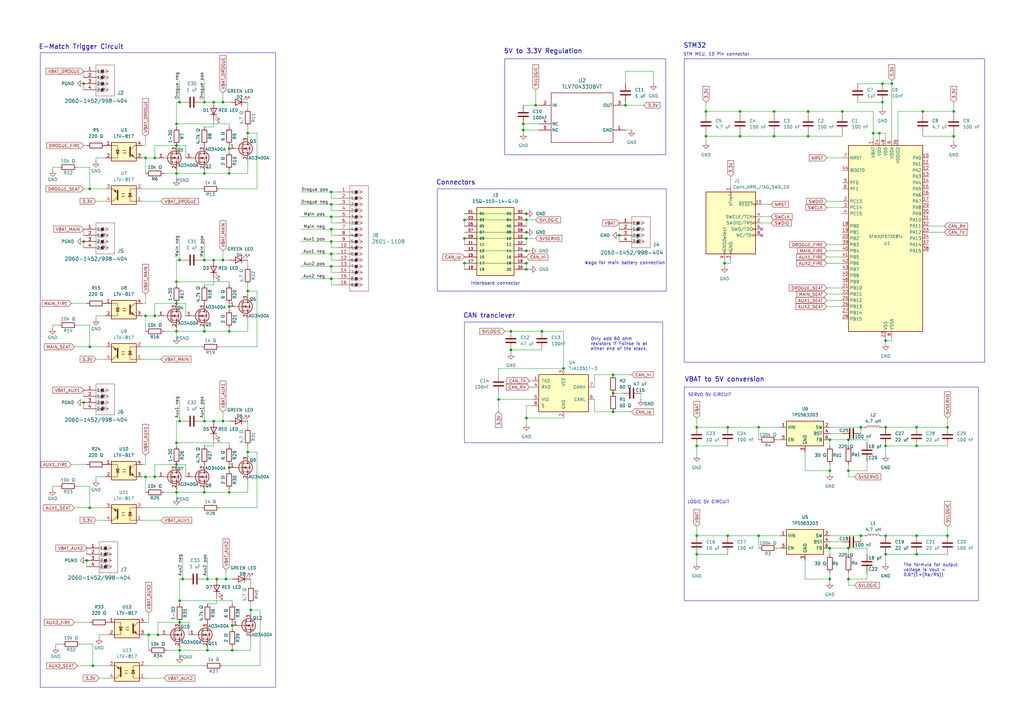
<source format=kicad_sch>
(kicad_sch (version 20250114) (generator "eeschema") (generator_version "9.0")
  (paper "A3")
  (rectangle (start 179.324 77.47) (end 273.304 119.38))
  (text "Wago for main battery connection\n" (at 256.286 107.95 0) (effects (font (size 1.27 1.27))))
  (text "Connectors" (at 186.944 74.93 0) (effects (font (size 1.905 1.905) (thickness 0.254) (bold yes))))
  (text "E-Match Trigger Circuit" (at 33.274 19.304 0) (effects (font (size 1.905 1.905) (thickness 0.254) (bold yes))))
  (text "interboard connector" (at 203.2 116.332 0) (effects (font (size 1.27 1.27))))
  (text "5V to 3.3V Regulation" (at 222.758 21.082 0) (effects (font (size 1.905 1.905) (thickness 0.254) (bold yes))))
  (text "STM MCU, 10 Pin connector\n" (at 293.878 22.352 0) (effects (font (size 1.27 1.27))))
  (text "STM32" (at 284.988 18.796 0) (effects (font (size 1.905 1.905) (thickness 0.254) (bold yes))))
  (text "VBAT to 5V conversion" (at 297.18 155.702 0) (effects (font (size 1.905 1.905) (thickness 0.254) (bold yes))))
  (text "CAN tranciever\n" (at 200.66 129.54 0) (effects (font (size 1.905 1.905) (thickness 0.254) (bold yes))))
  (text "LOGIC 5V CIRCUIT" (at 290.576 205.994 0) (effects (font (size 1.27 1.27))))
  (text "SERVO 5V CIRCUIT" (at 291.084 162.052 0) (effects (font (size 1.27 1.27))))
  (text_box "" (at 190.5 132.08 0) (size 81.28 49.53) (margins 0.9525 0.9525 0.9525 0.9525) (effects (font (size 1.27 1.27)) (justify left top)))
  (text_box "" (at 16.51 21.59 0) (size 96.52 260.35) (margins 0.9525 0.9525 0.9525 0.9525) (effects (font (size 1.27 1.27)) (justify left top)))
  (text_box "" (at 207.01 24.13 0) (size 66.04 39.37) (margins 0.9525 0.9525 0.9525 0.9525) (effects (font (size 1.27 1.27)) (justify left top)))
  (text_box "Only add 60 ohm resistors if Foinse is at either end of the stack." (at 241.3 137.16 0) (size 25.4 10.16) (margins 0.9525 0.9525 0.9525 0.9525) (stroke (width -0.0001)) (effects (font (size 1.27 1.27)) (justify left top)))
  (text_box "" (at 280.67 24.13 0) (size 123.19 124.46) (margins 0.9525 0.9525 0.9525 0.9525) (effects (font (size 1.27 1.27)) (justify left top)))
  (text_box "The formula for output voltage is Vout = 0.6*(1+(Ra/Rb))" (at 369.57 229.87 0) (size 25.4 7.62) (margins 0.9525 0.9525 0.9525 0.9525) (stroke (width -0.0001)) (effects (font (size 1.27 1.27)) (justify left top)))
  (text_box "" (at 280.67 158.75 0) (size 120.65 87.63) (margins 0.9525 0.9525 0.9525 0.9525) (effects (font (size 1.27 1.27)) (justify left top)))
  (junction (at 87.63 106.68))
  (junction (at 297.18 107.95))
  (junction (at 340.36 237.49))
  (junction (at 93.98 201.93))
  (junction (at 340.36 180.34))
  (junction (at 135.89 83.82))
  (junction (at 361.95 34.29))
  (junction (at 358.14 54.61))
  (junction (at 72.39 71.12))
  (junction (at 91.44 106.68))
  (junction (at 363.22 182.88))
  (junction (at 363.22 139.7))
  (junction (at 85.09 266.7))
  (junction (at 135.89 109.22))
  (junction (at 88.9 237.49))
  (junction (at 285.75 219.71))
  (junction (at 95.25 256.54))
  (junction (at 345.44 45.72))
  (junction (at 85.09 237.49))
  (junction (at 209.55 143.51))
  (junction (at 251.46 161.29))
  (junction (at 361.95 41.91))
  (junction (at 92.71 237.49))
  (junction (at 215.9 95.25))
  (junction (at 285.75 227.33))
  (junction (at 365.76 34.29))
  (junction (at 135.89 93.98))
  (junction (at 63.5 129.54))
  (junction (at 74.93 237.49))
  (junction (at 38.1 273.05))
  (junction (at 311.15 219.71))
  (junction (at 340.36 193.04))
  (junction (at 73.66 41.91))
  (junction (at 214.63 50.8))
  (junction (at 87.63 41.91))
  (junction (at 72.39 181.61))
  (junction (at 93.98 135.89))
  (junction (at 317.5 45.72))
  (junction (at 73.66 255.27))
  (junction (at 72.39 115.57))
  (junction (at 331.47 45.72))
  (junction (at 219.71 43.18))
  (junction (at 285.75 182.88))
  (junction (at 83.82 201.93))
  (junction (at 391.16 55.88))
  (junction (at 135.89 114.3))
  (junction (at 375.92 227.33))
  (junction (at 73.66 106.68))
  (junction (at 254 96.52))
  (junction (at 375.92 175.26))
  (junction (at 331.47 55.88))
  (junction (at 303.53 55.88))
  (junction (at 317.5 55.88))
  (junction (at 83.82 71.12))
  (junction (at 72.39 201.93))
  (junction (at 72.39 190.5))
  (junction (at 340.36 224.79))
  (junction (at 215.9 87.63))
  (junction (at 87.63 172.72))
  (junction (at 63.5 195.58))
  (junction (at 83.82 106.68))
  (junction (at 73.66 246.38))
  (junction (at 190.5 97.79))
  (junction (at 34.29 165.1))
  (junction (at 375.92 182.88))
  (junction (at 360.68 54.61))
  (junction (at 215.9 171.45))
  (junction (at 311.15 175.26))
  (junction (at 363.22 219.71))
  (junction (at 388.62 175.26))
  (junction (at 391.16 45.72))
  (junction (at 215.9 107.95))
  (junction (at 347.98 180.34))
  (junction (at 388.62 219.71))
  (junction (at 298.45 175.26))
  (junction (at 63.5 64.77))
  (junction (at 363.22 227.33))
  (junction (at 73.66 266.7))
  (junction (at 91.44 172.72))
  (junction (at 93.98 125.73))
  (junction (at 59.69 64.77))
  (junction (at 72.39 59.69))
  (junction (at 289.56 45.72))
  (junction (at 298.45 219.71))
  (junction (at 353.06 219.71))
  (junction (at 83.82 41.91))
  (junction (at 95.25 266.7))
  (junction (at 60.96 260.35))
  (junction (at 101.6 119.38))
  (junction (at 135.89 99.06))
  (junction (at 72.39 50.8))
  (junction (at 251.46 168.91))
  (junction (at 204.47 163.83))
  (junction (at 215.9 102.87))
  (junction (at 83.82 135.89))
  (junction (at 375.92 219.71))
  (junction (at 35.56 229.87))
  (junction (at 93.98 191.77))
  (junction (at 93.98 60.96))
  (junction (at 59.69 195.58))
  (junction (at 222.25 135.89))
  (junction (at 215.9 97.79))
  (junction (at 256.54 43.18))
  (junction (at 36.83 208.28))
  (junction (at 64.77 260.35))
  (junction (at 215.9 110.49))
  (junction (at 378.46 45.72))
  (junction (at 34.29 99.06))
  (junction (at 135.89 78.74))
  (junction (at 59.69 129.54))
  (junction (at 135.89 88.9))
  (junction (at 303.53 45.72))
  (junction (at 101.6 185.42))
  (junction (at 251.46 153.67))
  (junction (at 73.66 172.72))
  (junction (at 209.55 135.89))
  (junction (at 72.39 135.89))
  (junction (at 135.89 104.14))
  (junction (at 93.98 71.12))
  (junction (at 347.98 237.49))
  (junction (at 190.5 107.95))
  (junction (at 101.6 54.61))
  (junction (at 231.14 151.13))
  (junction (at 91.44 41.91))
  (junction (at 102.87 250.19))
  (junction (at 347.98 224.79))
  (junction (at 215.9 90.17))
  (junction (at 34.29 34.29))
  (junction (at 36.83 142.24))
  (junction (at 285.75 175.26))
  (junction (at 72.39 124.46))
  (junction (at 214.63 53.34))
  (junction (at 347.98 193.04))
  (junction (at 353.06 175.26))
  (junction (at 83.82 172.72))
  (junction (at 289.56 55.88))
  (junction (at 363.22 175.26))
  (junction (at 190.5 90.17))
  (junction (at 36.83 77.47))
  (no_connect (at 312.42 96.52))
  (no_connect (at 312.42 93.98))
  (wire (pts (xy 59.69 129.54) (xy 58.42 129.54)))
  (wire (pts (xy 138.43 91.44) (xy 135.89 91.44)))
  (wire (pts (xy 83.82 106.68) (xy 87.63 106.68)))
  (wire (pts (xy 219.71 43.18) (xy 220.98 43.18)))
  (wire (pts (xy 36.83 77.47) (xy 43.18 77.47)))
  (wire (pts (xy 340.36 234.95) (xy 340.36 237.49)))
  (wire (pts (xy 85.09 228.6) (xy 85.09 237.49)))
  (wire (pts (xy 256.54 41.91) (xy 256.54 43.18)))
  (wire (pts (xy 340.36 193.04) (xy 340.36 194.31)))
  (wire (pts (xy 106.68 250.19) (xy 106.68 273.05)))
  (wire (pts (xy 83.82 201.93) (xy 83.82 200.66)))
  (wire (pts (xy 303.53 45.72) (xy 303.53 46.99)))
  (wire (pts (xy 297.18 106.68) (xy 297.18 107.95)))
  (wire (pts (xy 353.06 222.25) (xy 353.06 219.71)))
  (wire (pts (xy 83.82 135.89) (xy 83.82 134.62)))
  (wire (pts (xy 368.3 45.72) (xy 368.3 57.15)))
  (wire (pts (xy 72.39 59.69) (xy 76.2 59.69)))
  (wire (pts (xy 95.25 247.65) (xy 95.25 246.38)))
  (wire (pts (xy 95.25 256.54) (xy 95.25 257.81)))
  (wire (pts (xy 38.1 264.16) (xy 38.1 273.05)))
  (wire (pts (xy 138.43 111.76) (xy 135.89 111.76)))
  (wire (pts (xy 135.89 114.3) (xy 138.43 114.3)))
  (wire (pts (xy 35.56 224.79) (xy 35.56 227.33)))
  (wire (pts (xy 340.36 222.25) (xy 345.44 222.25)))
  (wire (pts (xy 190.5 97.79) (xy 190.5 100.33)))
  (wire (pts (xy 339.09 123.19) (xy 345.44 123.19)))
  (wire (pts (xy 317.5 45.72) (xy 317.5 46.99)))
  (wire (pts (xy 72.39 135.89) (xy 72.39 134.62)))
  (wire (pts (xy 102.87 250.19) (xy 102.87 251.46)))
  (wire (pts (xy 363.22 175.26) (xy 375.92 175.26)))
  (wire (pts (xy 93.98 191.77) (xy 93.98 193.04)))
  (wire (pts (xy 60.96 255.27) (xy 59.69 255.27)))
  (wire (pts (xy 358.14 54.61) (xy 360.68 54.61)))
  (wire (pts (xy 252.73 43.18) (xy 256.54 43.18)))
  (wire (pts (xy 339.09 82.55) (xy 345.44 82.55)))
  (wire (pts (xy 347.98 190.5) (xy 347.98 193.04)))
  (wire (pts (xy 135.89 93.98) (xy 138.43 93.98)))
  (wire (pts (xy 101.6 185.42) (xy 101.6 186.69)))
  (wire (pts (xy 285.75 182.88) (xy 285.75 186.69)))
  (wire (pts (xy 355.6 193.04) (xy 347.98 193.04)))
  (wire (pts (xy 358.14 54.61) (xy 358.14 57.15)))
  (wire (pts (xy 190.5 102.87) (xy 215.9 102.87)))
  (wire (pts (xy 59.69 190.5) (xy 58.42 190.5)))
  (wire (pts (xy 73.66 33.02) (xy 73.66 41.91)))
  (wire (pts (xy 63.5 195.58) (xy 59.69 195.58)))
  (wire (pts (xy 82.55 41.91) (xy 83.82 41.91)))
  (wire (pts (xy 339.09 118.11) (xy 345.44 118.11)))
  (wire (pts (xy 102.87 237.49) (xy 102.87 240.03)))
  (wire (pts (xy 105.41 185.42) (xy 105.41 208.28)))
  (wire (pts (xy 101.6 54.61) (xy 101.6 55.88)))
  (wire (pts (xy 101.6 106.68) (xy 101.6 109.22)))
  (wire (pts (xy 339.09 85.09) (xy 345.44 85.09)))
  (wire (pts (xy 36.83 199.39) (xy 36.83 208.28)))
  (wire (pts (xy 204.47 151.13) (xy 231.14 151.13)))
  (wire (pts (xy 31.75 68.58) (xy 36.83 68.58)))
  (wire (pts (xy 72.39 190.5) (xy 76.2 190.5)))
  (wire (pts (xy 289.56 45.72) (xy 289.56 46.99)))
  (wire (pts (xy 365.76 34.29) (xy 361.95 34.29)))
  (wire (pts (xy 254 91.44) (xy 254 93.98)))
  (wire (pts (xy 88.9 237.49) (xy 92.71 237.49)))
  (wire (pts (xy 209.55 135.89) (xy 222.25 135.89)))
  (wire (pts (xy 391.16 55.88) (xy 391.16 54.61)))
  (wire (pts (xy 289.56 55.88) (xy 289.56 58.42)))
  (wire (pts (xy 88.9 245.11) (xy 88.9 247.65)))
  (wire (pts (xy 365.76 33.02) (xy 365.76 34.29)))
  (wire (pts (xy 93.98 134.62) (xy 93.98 135.89)))
  (wire (pts (xy 363.22 227.33) (xy 363.22 231.14)))
  (wire (pts (xy 105.41 54.61) (xy 105.41 77.47)))
  (wire (pts (xy 91.44 106.68) (xy 93.98 106.68)))
  (wire (pts (xy 59.69 120.65) (xy 59.69 124.46)))
  (wire (pts (xy 251.46 168.91) (xy 243.84 168.91)))
  (wire (pts (xy 363.22 139.7) (xy 365.76 139.7)))
  (wire (pts (xy 73.66 255.27) (xy 77.47 255.27)))
  (wire (pts (xy 39.37 82.55) (xy 43.18 82.55)))
  (wire (pts (xy 72.39 181.61) (xy 93.98 181.61)))
  (wire (pts (xy 73.66 41.91) (xy 74.93 41.91)))
  (wire (pts (xy 378.46 45.72) (xy 368.3 45.72)))
  (wire (pts (xy 72.39 71.12) (xy 83.82 71.12)))
  (wire (pts (xy 340.36 180.34) (xy 347.98 180.34)))
  (wire (pts (xy 92.71 237.49) (xy 95.25 237.49)))
  (wire (pts (xy 340.36 227.33) (xy 340.36 224.79)))
  (wire (pts (xy 59.69 186.69) (xy 59.69 190.5)))
  (wire (pts (xy 76.2 59.69) (xy 76.2 64.77)))
  (wire (pts (xy 21.59 69.85) (xy 21.59 68.58)))
  (wire (pts (xy 21.59 200.66) (xy 21.59 199.39)))
  (wire (pts (xy 375.92 227.33) (xy 388.62 227.33)))
  (wire (pts (xy 135.89 83.82) (xy 138.43 83.82)))
  (wire (pts (xy 92.71 233.68) (xy 92.71 237.49)))
  (wire (pts (xy 204.47 163.83) (xy 204.47 168.91)))
  (wire (pts (xy 90.17 77.47) (xy 105.41 77.47)))
  (wire (pts (xy 207.01 135.89) (xy 209.55 135.89)))
  (wire (pts (xy 39.37 147.32) (xy 43.18 147.32)))
  (wire (pts (xy 59.69 195.58) (xy 59.69 201.93)))
  (wire (pts (xy 30.48 208.28) (xy 36.83 208.28)))
  (wire (pts (xy 58.42 77.47) (xy 82.55 77.47)))
  (wire (pts (xy 135.89 83.82) (xy 135.89 86.36)))
  (wire (pts (xy 381 92.71) (xy 387.35 92.71)))
  (wire (pts (xy 64.77 64.77) (xy 63.5 64.77)))
  (wire (pts (xy 339.09 100.33) (xy 345.44 100.33)))
  (wire (pts (xy 215.9 107.95) (xy 215.9 110.49)))
  (wire (pts (xy 215.9 171.45) (xy 231.14 171.45)))
  (wire (pts (xy 106.68 250.19) (xy 102.87 250.19)))
  (wire (pts (xy 73.66 106.68) (xy 74.93 106.68)))
  (wire (pts (xy 34.29 93.98) (xy 34.29 96.52)))
  (wire (pts (xy 83.82 163.83) (xy 83.82 172.72)))
  (wire (pts (xy 72.39 115.57) (xy 72.39 116.84)))
  (wire (pts (xy 59.69 273.05) (xy 83.82 273.05)))
  (wire (pts (xy 73.66 246.38) (xy 95.25 246.38)))
  (wire (pts (xy 30.48 255.27) (xy 36.83 255.27)))
  (wire (pts (xy 102.87 261.62) (xy 102.87 266.7)))
  (wire (pts (xy 347.98 195.58) (xy 350.52 195.58)))
  (wire (pts (xy 135.89 78.74) (xy 135.89 81.28)))
  (wire (pts (xy 256.54 29.21) (xy 256.54 34.29)))
  (wire (pts (xy 298.45 175.26) (xy 311.15 175.26)))
  (wire (pts (xy 355.6 234.95) (xy 355.6 237.49)))
  (wire (pts (xy 63.5 129.54) (xy 59.69 129.54)))
  (wire (pts (xy 340.36 177.8) (xy 345.44 177.8)))
  (wire (pts (xy 347.98 180.34) (xy 347.98 182.88)))
  (wire (pts (xy 102.87 247.65) (xy 102.87 250.19)))
  (wire (pts (xy 360.68 54.61) (xy 363.22 54.61)))
  (wire (pts (xy 190.5 90.17) (xy 215.9 90.17)))
  (wire (pts (xy 22.86 265.43) (xy 22.86 264.16)))
  (wire (pts (xy 215.9 171.45) (xy 215.9 173.99)))
  (wire (pts (xy 353.06 177.8) (xy 353.06 175.26)))
  (wire (pts (xy 256.54 43.18) (xy 264.16 43.18)))
  (wire (pts (xy 285.75 227.33) (xy 298.45 227.33)))
  (wire (pts (xy 214.63 50.8) (xy 214.63 53.34)))
  (wire (pts (xy 31.75 273.05) (xy 38.1 273.05)))
  (wire (pts (xy 101.6 130.81) (xy 101.6 135.89)))
  (wire (pts (xy 267.97 34.29) (xy 267.97 29.21)))
  (wire (pts (xy 82.55 106.68) (xy 83.82 106.68)))
  (wire (pts (xy 214.63 53.34) (xy 220.98 53.34)))
  (wire (pts (xy 64.77 129.54) (xy 63.5 129.54)))
  (wire (pts (xy 135.89 78.74) (xy 138.43 78.74)))
  (wire (pts (xy 267.97 29.21) (xy 256.54 29.21)))
  (wire (pts (xy 63.5 64.77) (xy 59.69 64.77)))
  (wire (pts (xy 59.69 64.77) (xy 59.69 71.12)))
  (wire (pts (xy 358.14 45.72) (xy 358.14 54.61)))
  (wire (pts (xy 72.39 135.89) (xy 83.82 135.89)))
  (wire (pts (xy 29.21 190.5) (xy 35.56 190.5)))
  (wire (pts (xy 31.75 199.39) (xy 36.83 199.39)))
  (wire (pts (xy 59.69 278.13) (xy 67.31 278.13)))
  (wire (pts (xy 72.39 115.57) (xy 93.98 115.57)))
  (wire (pts (xy 72.39 41.91) (xy 72.39 50.8)))
  (wire (pts (xy 101.6 182.88) (xy 101.6 185.42)))
  (wire (pts (xy 215.9 166.37) (xy 215.9 171.45)))
  (wire (pts (xy 345.44 45.72) (xy 345.44 46.99)))
  (wire (pts (xy 67.31 201.93) (xy 72.39 201.93)))
  (wire (pts (xy 135.89 93.98) (xy 135.89 96.52)))
  (wire (pts (xy 22.86 264.16) (xy 25.4 264.16)))
  (wire (pts (xy 59.69 55.88) (xy 59.69 59.69)))
  (wire (pts (xy 83.82 172.72) (xy 87.63 172.72)))
  (wire (pts (xy 66.04 260.35) (xy 64.77 260.35)))
  (wire (pts (xy 72.39 50.8) (xy 72.39 52.07)))
  (wire (pts (xy 381 95.25) (xy 387.35 95.25)))
  (wire (pts (xy 204.47 153.67) (xy 204.47 151.13)))
  (wire (pts (xy 340.36 190.5) (xy 340.36 193.04)))
  (wire (pts (xy 190.5 107.95) (xy 190.5 110.49)))
  (wire (pts (xy 388.62 171.45) (xy 388.62 175.26)))
  (wire (pts (xy 135.89 109.22) (xy 135.89 111.76)))
  (wire (pts (xy 63.5 64.77) (xy 63.5 59.69)))
  (wire (pts (xy 91.44 102.87) (xy 91.44 106.68)))
  (wire (pts (xy 303.53 45.72) (xy 317.5 45.72)))
  (wire (pts (xy 64.77 260.35) (xy 64.77 255.27)))
  (wire (pts (xy 330.2 185.42) (xy 330.2 193.04)))
  (wire (pts (xy 347.98 240.03) (xy 350.52 240.03)))
  (wire (pts (xy 123.19 104.14) (xy 135.89 104.14)))
  (wire (pts (xy 135.89 104.14) (xy 135.89 106.68)))
  (wire (pts (xy 345.44 45.72) (xy 358.14 45.72)))
  (wire (pts (xy 217.17 158.75) (xy 218.44 158.75)))
  (wire (pts (xy 339.09 125.73) (xy 345.44 125.73)))
  (wire (pts (xy 339.09 105.41) (xy 345.44 105.41)))
  (wire (pts (xy 361.95 34.29) (xy 351.79 34.29)))
  (wire (pts (xy 204.47 163.83) (xy 218.44 163.83)))
  (wire (pts (xy 135.89 88.9) (xy 138.43 88.9)))
  (wire (pts (xy 93.98 135.89) (xy 101.6 135.89)))
  (wire (pts (xy 105.41 185.42) (xy 101.6 185.42)))
  (wire (pts (xy 353.06 175.26) (xy 340.36 175.26)))
  (wire (pts (xy 93.98 71.12) (xy 101.6 71.12)))
  (wire (pts (xy 85.09 266.7) (xy 95.25 266.7)))
  (wire (pts (xy 72.39 124.46) (xy 76.2 124.46)))
  (wire (pts (xy 74.93 228.6) (xy 74.93 237.49)))
  (wire (pts (xy 214.63 53.34) (xy 214.63 54.61)))
  (wire (pts (xy 36.83 142.24) (xy 43.18 142.24)))
  (wire (pts (xy 101.6 116.84) (xy 101.6 119.38)))
  (wire (pts (xy 82.55 172.72) (xy 83.82 172.72)))
  (wire (pts (xy 299.72 107.95) (xy 299.72 106.68)))
  (wire (pts (xy 58.42 82.55) (xy 66.04 82.55)))
  (wire (pts (xy 331.47 55.88) (xy 345.44 55.88)))
  (wire (pts (xy 299.72 72.39) (xy 299.72 76.2)))
  (wire (pts (xy 85.09 237.49) (xy 88.9 237.49)))
  (wire (pts (xy 93.98 69.85) (xy 93.98 71.12)))
  (wire (pts (xy 285.75 227.33) (xy 285.75 231.14)))
  (wire (pts (xy 331.47 45.72) (xy 345.44 45.72)))
  (wire (pts (xy 204.47 161.29) (xy 204.47 163.83)))
  (wire (pts (xy 21.59 133.35) (xy 24.13 133.35)))
  (wire (pts (xy 72.39 135.89) (xy 72.39 138.43)))
  (wire (pts (xy 138.43 101.6) (xy 135.89 101.6)))
  (wire (pts (xy 231.14 135.89) (xy 231.14 151.13)))
  (wire (pts (xy 375.92 175.26) (xy 388.62 175.26)))
  (wire (pts (xy 83.82 52.07) (xy 87.63 52.07)))
  (wire (pts (xy 285.75 182.88) (xy 298.45 182.88)))
  (wire (pts (xy 59.69 195.58) (xy 58.42 195.58)))
  (wire (pts (xy 190.5 92.71) (xy 190.5 90.17)))
  (wire (pts (xy 91.44 38.1) (xy 91.44 41.91)))
  (wire (pts (xy 21.59 199.39) (xy 24.13 199.39)))
  (wire (pts (xy 101.6 172.72) (xy 101.6 175.26)))
  (wire (pts (xy 222.25 135.89) (xy 231.14 135.89)))
  (wire (pts (xy 93.98 124.46) (xy 93.98 125.73)))
  (wire (pts (xy 95.25 255.27) (xy 95.25 256.54)))
  (wire (pts (xy 345.44 55.88) (xy 345.44 54.61)))
  (wire (pts (xy 218.44 166.37) (xy 215.9 166.37)))
  (wire (pts (xy 361.95 175.26) (xy 363.22 175.26)))
  (wire (pts (xy 101.6 52.07) (xy 101.6 54.61)))
  (wire (pts (xy 72.39 201.93) (xy 72.39 200.66)))
  (wire (pts (xy 135.89 99.06) (xy 138.43 99.06)))
  (wire (pts (xy 363.22 227.33) (xy 375.92 227.33)))
  (wire (pts (xy 60.96 260.35) (xy 59.69 260.35)))
  (wire (pts (xy 87.63 41.91) (xy 91.44 41.91)))
  (wire (pts (xy 215.9 90.17) (xy 215.9 92.71)))
  (wire (pts (xy 363.22 182.88) (xy 375.92 182.88)))
  (wire (pts (xy 74.93 237.49) (xy 76.2 237.49)))
  (wire (pts (xy 355.6 181.61) (xy 355.6 180.34)))
  (wire (pts (xy 347.98 195.58) (xy 347.98 193.04)))
  (wire (pts (xy 95.25 265.43) (xy 95.25 266.7)))
  (wire (pts (xy 190.5 87.63) (xy 215.9 87.63)))
  (wire (pts (xy 312.42 88.9) (xy 316.23 88.9)))
  (wire (pts (xy 123.19 114.3) (xy 135.89 114.3)))
  (wire (pts (xy 58.42 208.28) (xy 82.55 208.28)))
  (wire (pts (xy 38.1 273.05) (xy 44.45 273.05)))
  (wire (pts (xy 138.43 96.52) (xy 135.89 96.52)))
  (wire (pts (xy 39.37 213.36) (xy 43.18 213.36)))
  (wire (pts (xy 90.17 208.28) (xy 105.41 208.28)))
  (wire (pts (xy 72.39 172.72) (xy 72.39 181.61)))
  (wire (pts (xy 34.29 29.21) (xy 34.29 31.75)))
  (wire (pts (xy 217.17 110.49) (xy 215.9 110.49)))
  (wire (pts (xy 340.36 182.88) (xy 340.36 180.34)))
  (wire (pts (xy 215.9 97.79) (xy 215.9 100.33)))
  (wire (pts (xy 312.42 83.82) (xy 316.23 83.82)))
  (wire (pts (xy 311.15 219.71) (xy 311.15 224.79)))
  (wire (pts (xy 77.47 255.27) (xy 77.47 260.35)))
  (wire (pts (xy 33.02 264.16) (xy 38.1 264.16)))
  (wire (pts (xy 219.71 36.83) (xy 219.71 43.18)))
  (wire (pts (xy 391.16 45.72) (xy 378.46 45.72)))
  (wire (pts (xy 361.95 219.71) (xy 363.22 219.71)))
  (wire (pts (xy 31.75 133.35) (xy 36.83 133.35)))
  (wire (pts (xy 138.43 106.68) (xy 135.89 106.68)))
  (wire (pts (xy 72.39 71.12) (xy 72.39 69.85)))
  (wire (pts (xy 303.53 55.88) (xy 303.53 54.61)))
  (wire (pts (xy 63.5 59.69) (xy 72.39 59.69)))
  (wire (pts (xy 289.56 55.88) (xy 289.56 54.61)))
  (wire (pts (xy 339.09 107.95) (xy 345.44 107.95)))
  (wire (pts (xy 311.15 175.26) (xy 320.04 175.26)))
  (wire (pts (xy 318.77 180.34) (xy 320.04 180.34)))
  (wire (pts (xy 123.19 99.06) (xy 135.89 99.06)))
  (wire (pts (xy 83.82 182.88) (xy 87.63 182.88)))
  (wire (pts (xy 101.6 66.04) (xy 101.6 71.12)))
  (wire (pts (xy 34.29 77.47) (xy 36.83 77.47)))
  (wire (pts (xy 39.37 195.58) (xy 39.37 196.85)))
  (wire (pts (xy 391.16 55.88) (xy 391.16 58.42)))
  (wire (pts (xy 123.19 93.98) (xy 135.89 93.98)))
  (wire (pts (xy 135.89 99.06) (xy 135.89 101.6)))
  (wire (pts (xy 95.25 266.7) (xy 102.87 266.7)))
  (wire (pts (xy 40.64 278.13) (xy 44.45 278.13)))
  (wire (pts (xy 339.09 64.77) (xy 345.44 64.77)))
  (wire (pts (xy 375.92 182.88) (xy 388.62 182.88)))
  (wire (pts (xy 72.39 172.72) (xy 73.66 172.72)))
  (wire (pts (xy 58.42 213.36) (xy 66.04 213.36)))
  (wire (pts (xy 67.31 71.12) (xy 72.39 71.12)))
  (wire (pts (xy 72.39 50.8) (xy 93.98 50.8)))
  (wire (pts (xy 105.41 119.38) (xy 105.41 142.24)))
  (wire (pts (xy 123.19 88.9) (xy 135.89 88.9)))
  (wire (pts (xy 83.82 116.84) (xy 87.63 116.84)))
  (wire (pts (xy 363.22 54.61) (xy 363.22 57.15)))
  (wire (pts (xy 339.09 102.87) (xy 345.44 102.87)))
  (wire (pts (xy 251.46 161.29) (xy 255.27 161.29)))
  (wire (pts (xy 135.89 109.22) (xy 138.43 109.22)))
  (wire (pts (xy 83.82 33.02) (xy 83.82 41.91)))
  (wire (pts (xy 298.45 219.71) (xy 311.15 219.71)))
  (wire (pts (xy 317.5 55.88) (xy 317.5 54.61)))
  (wire (pts (xy 378.46 45.72) (xy 378.46 46.99)))
  (wire (pts (xy 209.55 143.51) (xy 209.55 144.78)))
  (wire (pts (xy 289.56 55.88) (xy 303.53 55.88)))
  (wire (pts (xy 190.5 107.95) (xy 215.9 107.95)))
  (wire (pts (xy 93.98 200.66) (xy 93.98 201.93)))
  (wire (pts (xy 317.5 55.88) (xy 331.47 55.88)))
  (wire (pts (xy 87.63 180.34) (xy 87.63 182.88)))
  (wire (pts (xy 360.68 57.15) (xy 360.68 54.61)))
  (wire (pts (xy 91.44 41.91) (xy 93.98 41.91)))
  (wire (pts (xy 34.29 59.69) (xy 35.56 59.69)))
  (wire (pts (xy 391.16 45.72) (xy 391.16 46.99)))
  (wire (pts (xy 123.19 78.74) (xy 135.89 78.74)))
  (wire (pts (xy 355.6 180.34) (xy 347.98 180.34)))
  (wire (pts (xy 254 96.52) (xy 254 99.06)))
  (wire (pts (xy 262.89 161.29) (xy 262.89 163.83)))
  (wire (pts (xy 34.29 160.02) (xy 34.29 162.56)))
  (wire (pts (xy 365.76 139.7) (xy 365.76 138.43)))
  (wire (pts (xy 330.2 229.87) (xy 330.2 237.49)))
  (wire (pts (xy 29.21 124.46) (xy 35.56 124.46)))
  (wire (pts (xy 363.22 182.88) (xy 363.22 186.69)))
  (wire (pts (xy 318.77 224.79) (xy 320.04 224.79)))
  (wire (pts (xy 83.82 71.12) (xy 93.98 71.12)))
  (wire (pts (xy 64.77 195.58) (xy 63.5 195.58)))
  (wire (pts (xy 36.83 68.58) (xy 36.83 77.47)))
  (wire (pts (xy 63.5 195.58) (xy 63.5 190.5)))
  (wire (pts (xy 83.82 71.12) (xy 83.82 69.85)))
  (wire (pts (xy 297.18 107.95) (xy 299.72 107.95)))
  (wire (pts (xy 60.96 251.46) (xy 60.96 255.27)))
  (wire (pts (xy 85.09 247.65) (xy 88.9 247.65)))
  (wire (pts (xy 76.2 190.5) (xy 76.2 195.58)))
  (wire (pts (xy 83.82 237.49) (xy 85.09 237.49)))
  (wire (pts (xy 135.89 88.9) (xy 135.89 91.44)))
  (wire (pts (xy 354.33 175.26) (xy 353.06 175.26)))
  (wire (pts (xy 363.22 138.43) (xy 363.22 139.7)))
  (wire (pts (xy 256.54 53.34) (xy 259.08 53.34)))
  (wire (pts (xy 289.56 45.72) (xy 303.53 45.72)))
  (wire (pts (xy 378.46 55.88) (xy 378.46 54.61)))
  (wire (pts (xy 251.46 153.67) (xy 259.08 153.67)))
  (wire (pts (xy 67.31 135.89) (xy 72.39 135.89)))
  (wire (pts (xy 87.63 49.53) (xy 87.63 52.07)))
  (wire (pts (xy 388.62 215.9) (xy 388.62 219.71)))
  (wire (pts (xy 73.66 237.49) (xy 73.66 246.38)))
  (wire (pts (xy 93.98 116.84) (xy 93.98 115.57)))
  (wire (pts (xy 101.6 119.38) (xy 101.6 120.65)))
  (wire (pts (xy 58.42 142.24) (xy 82.55 142.24)))
  (wire (pts (xy 285.75 227.33) (xy 285.75 219.71)))
  (wire (pts (xy 331.47 55.88) (xy 331.47 54.61)))
  (wire (pts (xy 72.39 181.61) (xy 72.39 182.88)))
  (wire (pts (xy 340.36 237.49) (xy 340.36 238.76)))
  (wire (pts (xy 44.45 260.35) (xy 40.64 260.35)))
  (wire (pts (xy 87.63 172.72) (xy 91.44 172.72)))
  (wire (pts (xy 375.92 219.71) (xy 388.62 219.71)))
  (wire (pts (xy 34.29 165.1) (xy 34.29 167.64)))
  (wire (pts (xy 354.33 219.71) (xy 353.06 219.71)))
  (wire (pts (xy 243.84 168.91) (xy 243.84 163.83)))
  (wire (pts (xy 63.5 124.46) (xy 72.39 124.46)))
  (wire (pts (xy 93.98 59.69) (xy 93.98 60.96)))
  (wire (pts (xy 363.22 219.71) (xy 375.92 219.71)))
  (wire (pts (xy 331.47 45.72) (xy 331.47 46.99)))
  (wire (pts (xy 138.43 81.28) (xy 135.89 81.28)))
  (wire (pts (xy 72.39 71.12) (xy 72.39 73.66)))
  (wire (pts (xy 91.44 273.05) (xy 106.68 273.05)))
  (wire (pts (xy 73.66 97.79) (xy 73.66 106.68)))
  (wire (pts (xy 347.98 237.49) (xy 347.98 240.03)))
  (wire (pts (xy 36.83 133.35) (xy 36.83 142.24)))
  (wire (pts (xy 39.37 129.54) (xy 39.37 130.81)))
  (wire (pts (xy 347.98 224.79) (xy 355.6 224.79)))
  (wire (pts (xy 21.59 68.58) (xy 24.13 68.58)))
  (wire (pts (xy 105.41 119.38) (xy 101.6 119.38)))
  (wire (pts (xy 312.42 91.44) (xy 316.23 91.44)))
  (wire (pts (xy 105.41 54.61) (xy 101.6 54.61)))
  (wire (pts (xy 72.39 201.93) (xy 83.82 201.93)))
  (wire (pts (xy 39.37 64.77) (xy 39.37 66.04)))
  (wire (pts (xy 93.98 190.5) (xy 93.98 191.77)))
  (wire (pts (xy 73.66 266.7) (xy 73.66 265.43)))
  (wire (pts (xy 217.17 156.21) (xy 218.44 156.21)))
  (wire (pts (xy 72.39 106.68) (xy 73.66 106.68)))
  (wire (pts (xy 391.16 55.88) (xy 378.46 55.88)))
  (wire (pts (xy 347.98 234.95) (xy 347.98 237.49)))
  (wire (pts (xy 190.5 97.79) (xy 215.9 97.79)))
  (wire (pts (xy 190.5 95.25) (xy 215.9 95.25)))
  (wire (pts (xy 59.69 124.46) (xy 58.42 124.46)))
  (wire (pts (xy 330.2 237.49) (xy 340.36 237.49)))
  (wire (pts (xy 93.98 52.07) (xy 93.98 50.8)))
  (wire (pts (xy 85.09 266.7) (xy 85.09 265.43)))
  (wire (pts (xy 311.15 219.71) (xy 320.04 219.71)))
  (wire (pts (xy 101.6 41.91) (xy 101.6 44.45)))
  (wire (pts (xy 285.75 171.45) (xy 285.75 175.26)))
  (wire (pts (xy 138.43 116.84) (xy 135.89 116.84)))
  (wire (pts (xy 217.17 102.87) (xy 215.9 102.87)))
  (wire (pts (xy 353.06 219.71) (xy 340.36 219.71)))
  (wire (pts (xy 59.69 129.54) (xy 59.69 135.89)))
  (wire (pts (xy 72.39 201.93) (xy 72.39 204.47)))
  (wire (pts (xy 361.95 41.91) (xy 361.95 44.45)))
  (wire (pts (xy 73.66 246.38) (xy 73.66 247.65)))
  (wire (pts (xy 64.77 255.27) (xy 73.66 255.27)))
  (wire (pts (xy 123.19 109.22) (xy 135.89 109.22)))
  (wire (pts (xy 73.66 163.83) (xy 73.66 172.72)))
  (wire (pts (xy 243.84 153.67) (xy 251.46 153.67)))
  (wire (pts (xy 215.9 97.79) (xy 219.71 97.79)))
  (wire (pts (xy 73.66 237.49) (xy 74.93 237.49)))
  (wire (pts (xy 40.64 260.35) (xy 40.64 261.62)))
  (wire (pts (xy 87.63 106.68) (xy 91.44 106.68)))
  (wire (pts (xy 363.22 139.7) (xy 363.22 140.97)))
  (wire (pts (xy 83.82 41.91) (xy 87.63 41.91)))
  (wire (pts (xy 68.58 266.7) (xy 73.66 266.7)))
  (wire (pts (xy 215.9 90.17) (xy 219.71 90.17)))
  (wire (pts (xy 340.36 224.79) (xy 347.98 224.79)))
  (wire (pts (xy 43.18 64.77) (xy 39.37 64.77)))
  (wire (pts (xy 83.82 201.93) (xy 93.98 201.93)))
  (wire (pts (xy 355.6 227.33) (xy 355.6 224.79)))
  (wire (pts (xy 285.75 219.71) (xy 298.45 219.71)))
  (wire (pts (xy 93.98 201.93) (xy 101.6 201.93)))
  (wire (pts (xy 123.19 83.82) (xy 135.89 83.82)))
  (wire (pts (xy 76.2 124.46) (xy 76.2 129.54)))
  (wire (pts (xy 93.98 60.96) (xy 93.98 62.23)))
  (wire (pts (xy 138.43 86.36) (xy 135.89 86.36)))
  (wire (pts (xy 72.39 41.91) (xy 73.66 41.91)))
  (wire (pts (xy 289.56 41.91) (xy 289.56 45.72)))
  (wire (pts (xy 303.53 55.88) (xy 317.5 55.88)))
  (wire (pts (xy 135.89 104.14) (xy 138.43 104.14)))
  (wire (pts (xy 361.95 41.91) (xy 351.79 41.91)))
  (wire (pts (xy 285.75 175.26) (xy 298.45 175.26)))
  (wire (pts (xy 297.18 107.95) (xy 297.18 109.22)))
  (wire (pts (xy 64.77 260.35) (xy 60.96 260.35)))
  (wire (pts (xy 391.16 41.91) (xy 391.16 45.72)))
  (wire (pts (xy 91.44 172.72) (xy 93.98 172.72)))
  (wire (pts (xy 317.5 45.72) (xy 331.47 45.72)))
  (wire (pts (xy 21.59 134.62) (xy 21.59 133.35)))
  (wire (pts (xy 93.98 182.88) (xy 93.98 181.61)))
  (wire (pts (xy 365.76 34.29) (xy 365.76 57.15)))
  (wire (pts (xy 259.08 168.91) (xy 251.46 168.91)))
  (wire (pts (xy 347.98 237.49) (xy 355.6 237.49)))
  (wire (pts (xy 43.18 195.58) (xy 39.37 195.58)))
  (wire (pts (xy 243.84 153.67) (xy 243.84 158.75)))
  (wire (pts (xy 214.63 43.18) (xy 219.71 43.18)))
  (wire (pts (xy 330.2 193.04) (xy 340.36 193.04)))
  (wire (pts (xy 73.66 266.7) (xy 73.66 269.24)))
  (wire (pts (xy 34.29 99.06) (xy 34.29 101.6)))
  (wire (pts (xy 59.69 64.77) (xy 58.42 64.77)))
  (wire (pts (xy 214.63 50.8) (xy 220.98 50.8)))
  (wire (pts (xy 36.83 208.28) (xy 43.18 208.28)))
  (wire (pts (xy 58.42 147.32) (xy 66.04 147.32)))
  (wire (pts (xy 135.89 114.3) (xy 135.89 116.84)))
  (wire (pts (xy 83.82 135.89) (xy 93.98 135.89)))
  (wire (pts (xy 73.66 172.72) (xy 74.93 172.72)))
  (wire (pts (xy 60.96 260.35) (xy 60.96 266.7)))
  (wire (pts (xy 339.09 120.65) (xy 345.44 120.65)))
  (wire (pts (xy 347.98 224.79) (xy 347.98 227.33)))
  (wire (pts (xy 30.48 142.24) (xy 36.83 142.24)))
  (wire (pts (xy 93.98 125.73) (xy 93.98 127)))
  (wire (pts (xy 209.55 143.51) (xy 222.25 143.51)))
  (wire (pts (xy 63.5 129.54) (xy 63.5 124.46)))
  (wire (pts (xy 311.15 175.26) (xy 311.15 180.34)))
  (wire (pts (xy 87.63 114.3) (xy 87.63 116.84)))
  (wire (pts (xy 355.6 189.23) (xy 355.6 193.04)))
  (wire (pts (xy 59.69 59.69) (xy 58.42 59.69)))
  (wire (pts (xy 91.44 168.91) (xy 91.44 172.72)))
  (wire (pts (xy 34.29 34.29) (xy 34.29 36.83)))
  (wire (pts (xy 72.39 106.68) (xy 72.39 115.57)))
  (wire (pts (xy 101.6 196.85) (xy 101.6 201.93)))
  (wire (pts (xy 83.82 97.79) (xy 83.82 106.68)))
  (wire (pts (xy 35.56 229.87) (xy 35.56 232.41)))
  (wire (pts (xy 63.5 190.5) (xy 72.39 190.5)))
  (wire (pts (xy 285.75 215.9) (xy 285.75 219.71)))
  (wire (pts (xy 73.66 266.7) (xy 85.09 266.7)))
  (wire (pts (xy 90.17 142.24) (xy 105.41 142.24)))
  (wire (pts (xy 43.18 129.54) (xy 39.37 129.54)))
  (label "Aux1 pos" (at 83.82 171.45 90))
  (label "Main neg" (at 133.35 93.98 180))
  (label "Aux1 neg" (at 133.35 104.14 180))
  (label "Aux1 neg" (at 73.66 171.45 90))
  (label "Aux2 pos" (at 133.35 109.22 180))
  (label "Aux2 pos" (at 85.09 236.22 90))
  (label "Aux2 neg" (at 74.93 236.22 90))
  (label "Drogue pos" (at 83.82 40.64 90))
  (label "Drogue pos" (at 134.62 78.74 180))
  (label "Drogue neg" (at 134.62 83.82 180))
  (label "Drogue neg" (at 73.66 40.64 90))
  (label "Main pos" (at 83.82 105.41 90))
  (label "Main neg" (at 73.66 105.41 90))
  (label "Main pos" (at 133.35 88.9 180))
  (label "Aux2 neg" (at 133.35 114.3 180))
  (label "Aux1 pos" (at 133.35 99.06 180))
  (global_label "VBAT_DROGUE" (shape input) (at 59.69 55.88 90) (property "Intersheetrefs" "${INTERSHEET_REFS}" (effects (hide yes))))
  (global_label "AUX2_FIRE" (shape input) (at 30.48 255.27 180) (property "Intersheetrefs" "${INTERSHEET_REFS}" (effects (hide yes))))
  (global_label "VBAT_AUX2" (shape input) (at 35.56 224.79 180) (property "Intersheetrefs" "${INTERSHEET_REFS}" (effects (hide yes))))
  (global_label "5VLOGIC" (shape input) (at 219.71 36.83 90) (property "Intersheetrefs" "${INTERSHEET_REFS}" (effects (hide yes))))
  (global_label "SWDIO" (shape input) (at 316.23 91.44 0) (property "Intersheetrefs" "${INTERSHEET_REFS}" (effects (hide yes))))
  (global_label "AUX2_SEAT" (shape input) (at 339.09 125.73 180) (property "Intersheetrefs" "${INTERSHEET_REFS}" (effects (hide yes))))
  (global_label "VBAT_AUX1" (shape input) (at 91.44 168.91 90) (property "Intersheetrefs" "${INTERSHEET_REFS}" (effects (hide yes))))
  (global_label "DROGUE_FIRE" (shape input) (at 339.09 100.33 180) (property "Intersheetrefs" "${INTERSHEET_REFS}" (effects (hide yes))))
  (global_label "CAN_RX" (shape input) (at 387.35 92.71 0) (property "Intersheetrefs" "${INTERSHEET_REFS}" (effects (hide yes))))
  (global_label "MAIN_SEAT" (shape input) (at 339.09 120.65 180) (property "Intersheetrefs" "${INTERSHEET_REFS}" (effects (hide yes))))
  (global_label "VBAT_DROGUE" (shape input) (at 66.04 82.55 0) (property "Intersheetrefs" "${INTERSHEET_REFS}" (effects (hide yes))))
  (global_label "VBAT_AUX1" (shape input) (at 34.29 160.02 180) (property "Intersheetrefs" "${INTERSHEET_REFS}" (effects (hide yes))))
  (global_label "DROGUE_SEAT" (shape input) (at 339.09 118.11 180) (property "Intersheetrefs" "${INTERSHEET_REFS}" (effects (hide yes))))
  (global_label "CAN_lo" (shape input) (at 190.5 105.41 180) (property "Intersheetrefs" "${INTERSHEET_REFS}" (effects (hide yes))))
  (global_label "5VLOGIC" (shape input) (at 219.71 90.17 0) (property "Intersheetrefs" "${INTERSHEET_REFS}" (effects (hide yes))))
  (global_label "3.3V" (shape input) (at 40.64 278.13 180) (property "Intersheetrefs" "${INTERSHEET_REFS}" (effects (hide yes))))
  (global_label "NRST" (shape input) (at 316.23 83.82 0) (property "Intersheetrefs" "${INTERSHEET_REFS}" (effects (hide yes))))
  (global_label "3.3V" (shape input) (at 264.16 43.18 0) (property "Intersheetrefs" "${INTERSHEET_REFS}" (effects (hide yes))))
  (global_label "5VSERVO" (shape input) (at 350.52 195.58 0) (property "Intersheetrefs" "${INTERSHEET_REFS}" (effects (hide yes))))
  (global_label "3.3V" (shape input) (at 299.72 72.39 90) (property "Intersheetrefs" "${INTERSHEET_REFS}" (effects (hide yes))))
  (global_label "AUX1_SEAT" (shape input) (at 30.48 208.28 180) (property "Intersheetrefs" "${INTERSHEET_REFS}" (effects (hide yes))))
  (global_label "5VSERVO" (shape input) (at 388.62 171.45 90) (property "Intersheetrefs" "${INTERSHEET_REFS}" (effects (hide yes))))
  (global_label "CAN_hi" (shape input) (at 259.08 153.67 0) (property "Intersheetrefs" "${INTERSHEET_REFS}" (effects (hide yes))))
  (global_label "VBAT_MAIN" (shape input) (at 34.29 93.98 180) (property "Intersheetrefs" "${INTERSHEET_REFS}" (effects (hide yes))))
  (global_label "VBAT_AUX1" (shape input) (at 66.04 213.36 0) (property "Intersheetrefs" "${INTERSHEET_REFS}" (effects (hide yes))))
  (global_label "DROGUE_FIRE" (shape input) (at 34.29 59.69 180) (property "Intersheetrefs" "${INTERSHEET_REFS}" (effects (hide yes))))
  (global_label "VBAT" (shape input) (at 285.75 171.45 90) (property "Intersheetrefs" "${INTERSHEET_REFS}" (effects (hide yes))))
  (global_label "3.3V" (shape input) (at 289.56 41.91 90) (property "Intersheetrefs" "${INTERSHEET_REFS}" (effects (hide yes))))
  (global_label "VBAT_AUX2" (shape input) (at 60.96 251.46 90) (property "Intersheetrefs" "${INTERSHEET_REFS}" (effects (hide yes))))
  (global_label "MAIN_SEAT" (shape input) (at 30.48 142.24 180) (property "Intersheetrefs" "${INTERSHEET_REFS}" (effects (hide yes))))
  (global_label "SWCLK" (shape input) (at 316.23 88.9 0) (property "Intersheetrefs" "${INTERSHEET_REFS}" (effects (hide yes))))
  (global_label "SWDIO" (shape input) (at 339.09 82.55 180) (property "Intersheetrefs" "${INTERSHEET_REFS}" (effects (hide yes))))
  (global_label "AUX1_FIRE" (shape input) (at 339.09 105.41 180) (property "Intersheetrefs" "${INTERSHEET_REFS}" (effects (hide yes))))
  (global_label "CAN_TX" (shape input) (at 217.17 156.21 180) (property "Intersheetrefs" "${INTERSHEET_REFS}" (effects (hide yes))))
  (global_label "AUX1_FIRE" (shape input) (at 29.21 190.5 180) (property "Intersheetrefs" "${INTERSHEET_REFS}" (effects (hide yes))))
  (global_label "AUX2_SEAT" (shape input) (at 31.75 273.05 180) (property "Intersheetrefs" "${INTERSHEET_REFS}" (effects (hide yes))))
  (global_label "AUX1_SEAT" (shape input) (at 339.09 123.19 180) (property "Intersheetrefs" "${INTERSHEET_REFS}" (effects (hide yes))))
  (global_label "3.3V" (shape input) (at 391.16 41.91 90) (property "Intersheetrefs" "${INTERSHEET_REFS}" (effects (hide yes))))
  (global_label "3.3V" (shape input) (at 39.37 82.55 180) (property "Intersheetrefs" "${INTERSHEET_REFS}" (effects (hide yes))))
  (global_label "VBAT_MAIN" (shape input) (at 66.04 147.32 0) (property "Intersheetrefs" "${INTERSHEET_REFS}" (effects (hide yes))))
  (global_label "DROGUE_SEAT" (shape input) (at 34.29 77.47 180) (property "Intersheetrefs" "${INTERSHEET_REFS}" (effects (hide yes))))
  (global_label "MAIN_FIRE" (shape input) (at 339.09 102.87 180) (property "Intersheetrefs" "${INTERSHEET_REFS}" (effects (hide yes))))
  (global_label "5VSERVO" (shape input) (at 219.71 97.79 0) (property "Intersheetrefs" "${INTERSHEET_REFS}" (effects (hide yes))))
  (global_label "NRST" (shape input) (at 339.09 64.77 180) (property "Intersheetrefs" "${INTERSHEET_REFS}" (effects (hide yes))))
  (global_label "SWCLK" (shape input) (at 339.09 85.09 180) (property "Intersheetrefs" "${INTERSHEET_REFS}" (effects (hide yes))))
  (global_label "VBAT_MAIN" (shape input) (at 91.44 102.87 90) (property "Intersheetrefs" "${INTERSHEET_REFS}" (effects (hide yes))))
  (global_label "5VLOGIC" (shape input) (at 350.52 240.03 0) (property "Intersheetrefs" "${INTERSHEET_REFS}" (effects (hide yes))))
  (global_label "VBAT_DROGUE" (shape input) (at 34.29 29.21 180) (property "Intersheetrefs" "${INTERSHEET_REFS}" (effects (hide yes))))
  (global_label "VBAT_AUX2" (shape input) (at 92.71 233.68 90) (property "Intersheetrefs" "${INTERSHEET_REFS}" (effects (hide yes))))
  (global_label "5VLOGIC" (shape input) (at 207.01 135.89 180) (property "Intersheetrefs" "${INTERSHEET_REFS}" (effects (hide yes))))
  (global_label "AUX2_FIRE" (shape input) (at 339.09 107.95 180) (property "Intersheetrefs" "${INTERSHEET_REFS}" (effects (hide yes))))
  (global_label "CAN_RX" (shape input) (at 217.17 158.75 180) (property "Intersheetrefs" "${INTERSHEET_REFS}" (effects (hide yes))))
  (global_label "MAIN_FIRE" (shape input) (at 29.21 124.46 180) (property "Intersheetrefs" "${INTERSHEET_REFS}" (effects (hide yes))))
  (global_label "VBAT_AUX1" (shape input) (at 59.69 186.69 90) (property "Intersheetrefs" "${INTERSHEET_REFS}" (effects (hide yes))))
  (global_label "3.3V" (shape input) (at 39.37 213.36 180) (property "Intersheetrefs" "${INTERSHEET_REFS}" (effects (hide yes))))
  (global_label "5VLOGIC" (shape input) (at 388.62 215.9 90) (property "Intersheetrefs" "${INTERSHEET_REFS}" (effects (hide yes))))
  (global_label "VBAT_AUX2" (shape input) (at 67.31 278.13 0) (property "Intersheetrefs" "${INTERSHEET_REFS}" (effects (hide yes))))
  (global_label "3.3V" (shape input) (at 39.37 147.32 180) (property "Intersheetrefs" "${INTERSHEET_REFS}" (effects (hide yes))))
  (global_label "VBAT_DROGUE" (shape input) (at 91.44 38.1 90) (property "Intersheetrefs" "${INTERSHEET_REFS}" (effects (hide yes))))
  (global_label "VBAT" (shape input) (at 254 91.44 180) (property "Intersheetrefs" "${INTERSHEET_REFS}" (effects (hide yes))))
  (global_label "VBAT_MAIN" (shape input) (at 59.69 120.65 90) (property "Intersheetrefs" "${INTERSHEET_REFS}" (effects (hide yes))))
  (global_label "3.3V" (shape input) (at 365.76 33.02 90) (property "Intersheetrefs" "${INTERSHEET_REFS}" (effects (hide yes))))
  (global_label "3.3V" (shape input) (at 204.47 168.91 270) (property "Intersheetrefs" "${INTERSHEET_REFS}" (effects (hide yes))))
  (global_label "VBAT" (shape input) (at 285.75 215.9 90) (property "Intersheetrefs" "${INTERSHEET_REFS}" (effects (hide yes))))
  (global_label "CAN_lo" (shape input) (at 259.08 168.91 0) (property "Intersheetrefs" "${INTERSHEET_REFS}" (effects (hide yes))))
  (global_label "CAN_TX" (shape input) (at 387.35 95.25 0) (property "Intersheetrefs" "${INTERSHEET_REFS}" (effects (hide yes))))
  (global_label "CAN_hi" (shape input) (at 215.9 105.41 0) (property "Intersheetrefs" "${INTERSHEET_REFS}" (effects (hide yes))))
  (symbol (lib_id "Transistor_FET:AO3400A") (at 82.55 260.35 0) (unit 1)
    (property "Reference" "Q11" (at 85.344 263.906 0) (effects (justify left)))
    (property "Value" "AO3400A" (at 85.344 256.794 0) (effects (justify left)))
    (property "Footprint" "Package_TO_SOT_SMD:SOT-23" (effects (hide yes)))
    (property "Datasheet" "http://www.aosmd.com/pdfs/datasheet/AO3400A.pdf" (effects (hide yes)))
    (property "Description" "30V Vds, 5.7A Id, N-Channel MOSFET, SOT-23" (effects (hide yes)))
  )
  (symbol (lib_id "Transistor_FET:AO3400A") (at 99.06 191.77 0) (unit 1)
    (property "Reference" "Q9" (at 102.362 188.722 0) (effects (justify left)))
    (property "Value" "AO3400A" (at 101.854 195.58 0) (effects (justify left)))
    (property "Footprint" "Package_TO_SOT_SMD:SOT-23" (effects (hide yes)))
    (property "Datasheet" "http://www.aosmd.com/pdfs/datasheet/AO3400A.pdf" (effects (hide yes)))
    (property "Description" "30V Vds, 5.7A Id, N-Channel MOSFET, SOT-23" (effects (hide yes)))
  )
  (symbol (lib_id "power:GND") (at 214.63 54.61 0) (unit 1)
    (property "Reference" "#PWR05" (effects (hide yes)))
    (property "Value" "GND" (at 214.63 59.69 0))
    (property "Description" "Power symbol creates a global label with name \"GND\" , ground" (effects (hide yes)))
  )
  (symbol (lib_id "Device:C") (at 214.63 46.99 0) (unit 1)
    (property "Reference" "C10" (at 218.44 45.7199 0) (effects (justify left)))
    (property "Value" "100nF" (at 218.44 48.2599 0) (effects (justify left)))
    (property "Description" "Unpolarized capacitor" (effects (hide yes)))
  )
  (symbol (lib_id "power:GND") (at 259.08 53.34 0) (unit 1)
    (property "Reference" "#PWR07" (effects (hide yes)))
    (property "Value" "GND" (at 259.08 58.42 0))
    (property "Description" "Power symbol creates a global label with name \"GND\" , ground" (effects (hide yes)))
  )
  (symbol (lib_id "power:GND") (at 21.59 134.62 0) (unit 1)
    (property "Reference" "#PWR025" (effects (hide yes)))
    (property "Value" "GND" (at 21.59 138.43 0))
    (property "Description" "Power symbol creates a global label with name \"GND\" , ground" (effects (hide yes)))
  )
  (symbol (lib_id "Isolator:LTV-817") (at 50.8 80.01 180) (unit 1)
    (property "Reference" "U7" (at 50.8 71.12 0))
    (property "Value" "LTV-817" (at 50.8 73.66 0))
    (property "Footprint" "Package_DIP:DIP-4_W7.62mm" (effects (hide yes)))
    (property "Datasheet" "http://www.us.liteon.com/downloads/LTV-817-827-847.PDF" (effects (hide yes)))
    (property "Description" "DC Optocoupler, Vce 35V, CTR 50%, DIP-4" (effects (hide yes)))
  )
  (symbol (lib_id "power:GND") (at 254 96.52 270) (unit 1)
    (property "Reference" "#PWR046" (effects (hide yes)))
    (property "Value" "GND" (at 250.19 96.5199 90) (effects (justify right)))
    (property "Description" "Power symbol creates a global label with name \"GND\" , ground" (effects (hide yes)))
  )
  (symbol (lib_id "power:GND") (at 39.37 196.85 0) (unit 1)
    (property "Reference" "#PWR029" (effects (hide yes)))
    (property "Value" "GND" (at 39.37 200.914 0))
    (property "Description" "Power symbol creates a global label with name \"GND\" , ground" (effects (hide yes)))
  )
  (symbol (lib_id "power:GND") (at 72.39 73.66 0) (unit 1)
    (property "Reference" "#PWR023" (effects (hide yes)))
    (property "Value" "PGND" (at 74.93 73.914 0))
    (property "Description" "Power symbol creates a global label with name \"GND\" , ground" (effects (hide yes)))
  )
  (symbol (lib_id "Device:R") (at 39.37 124.46 90) (unit 1)
    (property "Reference" "R15" (at 39.37 118.11 90))
    (property "Value" "220 Ω" (at 39.37 120.65 90))
    (property "Description" "Resistor" (effects (hide yes)))
  )
  (symbol (lib_id "Device:R") (at 93.98 55.88 180) (unit 1)
    (property "Reference" "R9" (at 96.266 55.88 90))
    (property "Value" "6 Ω" (at 91.44 55.88 90))
    (property "Description" "Resistor" (effects (hide yes)))
  )
  (symbol (lib_id "Device:C") (at 298.45 223.52 0) (unit 1)
    (property "Reference" "C17" (at 302.26 222.2499 0) (effects (justify left)))
    (property "Value" "100 nF" (at 302.26 224.7899 0) (effects (justify left)))
    (property "Description" "Unpolarized capacitor" (effects (hide yes)))
  )
  (symbol (lib_id "power:GND") (at 72.39 138.43 0) (unit 1)
    (property "Reference" "#PWR027" (effects (hide yes)))
    (property "Value" "PGND" (at 74.93 138.684 0))
    (property "Description" "Power symbol creates a global label with name \"GND\" , ground" (effects (hide yes)))
  )
  (symbol (lib_id "power:GND") (at 34.29 165.1 270) (unit 1)
    (property "Reference" "#PWR010" (effects (hide yes)))
    (property "Value" "PGND" (at 30.48 165.0999 90) (effects (justify right)))
    (property "Description" "Power symbol creates a global label with name \"GND\" , ground" (effects (hide yes)))
  )
  (symbol (lib_id "Device:R") (at 102.87 243.84 180) (unit 1)
    (property "Reference" "R40" (at 105.156 243.84 90))
    (property "Value" "4.7 Ω" (at 100.33 243.84 90))
    (property "Description" "Resistor" (effects (hide yes)))
  )
  (symbol (lib_id "Device:R") (at 27.94 68.58 90) (unit 1)
    (property "Reference" "R12" (at 27.94 70.866 90))
    (property "Value" "10k Ω" (at 27.94 66.04 90))
    (property "Description" "Resistor" (effects (hide yes)))
  )
  (symbol (lib_id "Device:R") (at 73.66 251.46 180) (unit 1)
    (property "Reference" "R35" (at 75.946 251.46 90))
    (property "Value" "1-3Ω" (at 71.12 251.46 90))
    (property "Description" "Resistor" (effects (hide yes)))
  )
  (symbol (lib_id "Device:C") (at 363.22 179.07 0) (unit 1)
    (property "Reference" "C27" (at 367.03 177.7999 0) (effects (justify left)))
    (property "Value" "22 uF" (at 367.03 180.3399 0) (effects (justify left)))
    (property "Description" "Unpolarized capacitor" (effects (hide yes)))
  )
  (symbol (lib_id "Connector:Conn_ARM_JTAG_SWD_10") (at 299.72 91.44 0) (unit 1)
    (property "Reference" "J1" (at 303.53 74.168 0) (effects (justify right)))
    (property "Value" "Conn_ARM_JTAG_SWD_10" (at 323.85 76.708 0) (effects (justify right)))
    (property "Datasheet" "http://infocenter.arm.com/help/topic/com.arm.doc.ddi0314h/DDI0314H_coresight_components_trm.pdf" (effects (hide yes)))
    (property "Description" "Cortex Debug Connector, standard ARM Cortex-M SWD and JTAG interface" (effects (hide yes)))
  )
  (symbol (lib_id "power:GND") (at 22.86 265.43 0) (unit 1)
    (property "Reference" "#PWR031" (effects (hide yes)))
    (property "Value" "GND" (at 22.86 269.24 0))
    (property "Description" "Power symbol creates a global label with name \"GND\" , ground" (effects (hide yes)))
  )
  (symbol (lib_id "Device:C") (at 391.16 50.8 0) (unit 1)
    (property "Reference" "C9" (at 394.97 49.5299 0) (effects (justify left)))
    (property "Value" "100 nF" (at 394.97 52.0699 0) (effects (justify left)))
    (property "Description" "Unpolarized capacitor" (effects (hide yes)))
  )
  (symbol (lib_id "power:GND") (at 340.36 194.31 0) (unit 1)
    (property "Reference" "#PWR020" (effects (hide yes)))
    (property "Value" "GND" (at 340.36 199.39 0))
    (property "Description" "Power symbol creates a global label with name \"GND\" , ground" (effects (hide yes)))
  )
  (symbol (lib_id "Device:C") (at 363.22 223.52 0) (unit 1)
    (property "Reference" "C19" (at 367.03 222.2499 0) (effects (justify left)))
    (property "Value" "22 uF" (at 367.03 224.7899 0) (effects (justify left)))
    (property "Description" "Unpolarized capacitor" (effects (hide yes)))
  )
  (symbol (lib_id "Transistor_FET:AO3400A") (at 99.06 60.96 0) (unit 1)
    (property "Reference" "Q3" (at 102.362 57.912 0) (effects (justify left)))
    (property "Value" "AO3400A" (at 101.854 64.77 0) (effects (justify left)))
    (property "Footprint" "Package_TO_SOT_SMD:SOT-23" (effects (hide yes)))
    (property "Datasheet" "http://www.aosmd.com/pdfs/datasheet/AO3400A.pdf" (effects (hide yes)))
    (property "Description" "30V Vds, 5.7A Id, N-Channel MOSFET, SOT-23" (effects (hide yes)))
  )
  (symbol (lib_id "Wago_2060-1452 998-404:2060-1452_998-404") (at 34.29 93.98 0) (unit 1)
    (property "Reference" "J5" (at 48.006 102.87 0) (effects (font (size 1.524 1.524)) (justify left)))
    (property "Value" "2060-1452/998-404" (at 26.416 106.172 0) (effects (font (size 1.524 1.524)) (justify left)))
    (property "Footprint" "footprints:WAG" (effects (hide yes)))
    (property "Datasheet" "2060-1452/998-404" (effects (hide yes)))
  )
  (symbol (lib_id "Device:R") (at 27.94 133.35 90) (unit 1)
    (property "Reference" "R14" (at 27.94 135.636 90))
    (property "Value" "10k Ω" (at 27.94 130.81 90))
    (property "Description" "Resistor" (effects (hide yes)))
  )
  (symbol (lib_id "power:GND") (at 39.37 130.81 0) (unit 1)
    (property "Reference" "#PWR026" (effects (hide yes)))
    (property "Value" "GND" (at 39.37 134.874 0))
    (property "Description" "Power symbol creates a global label with name \"GND\" , ground" (effects (hide yes)))
  )
  (symbol (lib_id "Transistor_FET:AO3400A") (at 69.85 64.77 0) (unit 1)
    (property "Reference" "Q1" (at 72.644 61.468 0) (effects (justify left)))
    (property "Value" "AO3400A" (at 72.898 67.818 0) (effects (justify left)))
    (property "Footprint" "Package_TO_SOT_SMD:SOT-23" (effects (hide yes)))
    (property "Datasheet" "http://www.aosmd.com/pdfs/datasheet/AO3400A.pdf" (effects (hide yes)))
    (property "Description" "30V Vds, 5.7A Id, N-Channel MOSFET, SOT-23" (effects (hide yes)))
  )
  (symbol (lib_id "Device:LED") (at 99.06 237.49 180) (unit 1)
    (property "Reference" "D8" (at 99.568 235.458 0))
    (property "Value" "GREEN LED" (at 99.822 232.918 0))
    (property "Description" "Light emitting diode" (effects (hide yes)))
    (property "Sim.Pins" "1=K 2=A" (effects (hide yes)))
  )
  (symbol (lib_id "Transistor_FET:AO3400A") (at 81.28 64.77 0) (unit 1)
    (property "Reference" "Q2" (at 84.074 68.326 0) (effects (justify left)))
    (property "Value" "AO3400A" (at 84.074 61.214 0) (effects (justify left)))
    (property "Footprint" "Package_TO_SOT_SMD:SOT-23" (effects (hide yes)))
    (property "Datasheet" "http://www.aosmd.com/pdfs/datasheet/AO3400A.pdf" (effects (hide yes)))
    (property "Description" "30V Vds, 5.7A Id, N-Channel MOSFET, SOT-23" (effects (hide yes)))
  )
  (symbol (lib_id "power:GND") (at 34.29 99.06 270) (unit 1)
    (property "Reference" "#PWR09" (effects (hide yes)))
    (property "Value" "PGND" (at 30.48 99.0599 90) (effects (justify right)))
    (property "Description" "Power symbol creates a global label with name \"GND\" , ground" (effects (hide yes)))
  )
  (symbol (lib_id "Device:R") (at 40.64 255.27 90) (unit 1)
    (property "Reference" "R33" (at 40.64 248.92 90))
    (property "Value" "220 Ω" (at 40.64 251.46 90))
    (property "Description" "Resistor" (effects (hide yes)))
  )
  (symbol (lib_id "Isolator:LTV-817") (at 50.8 144.78 180) (unit 1)
    (property "Reference" "U9" (at 50.8 135.89 0))
    (property "Value" "LTV-817" (at 50.8 138.43 0))
    (property "Footprint" "Package_DIP:DIP-4_W7.62mm" (effects (hide yes)))
    (property "Datasheet" "http://www.us.liteon.com/downloads/LTV-817-827-847.PDF" (effects (hide yes)))
    (property "Description" "DC Optocoupler, Vce 35V, CTR 50%, DIP-4" (effects (hide yes)))
  )
  (symbol (lib_id "Wago_2060-1452 998-404:2060-1452_998-404") (at 34.29 29.21 0) (unit 1)
    (property "Reference" "J2" (at 48.006 38.1 0) (effects (font (size 1.524 1.524)) (justify left)))
    (property "Value" "2060-1452/998-404" (at 26.416 41.402 0) (effects (font (size 1.524 1.524)) (justify left)))
    (property "Footprint" "footprints:WAG" (effects (hide yes)))
    (property "Datasheet" "2060-1452/998-404" (effects (hide yes)))
  )
  (symbol (lib_id "Device:R") (at 72.39 55.88 180) (unit 1)
    (property "Reference" "R7" (at 74.676 55.88 90))
    (property "Value" "1-3Ω" (at 69.85 55.88 90))
    (property "Description" "Resistor" (effects (hide yes)))
  )
  (symbol (lib_id "TLV70433DBVT:TLV70433DBVT") (at 238.76 48.26 0) (unit 1)
    (property "Reference" "U2" (at 238.76 33.02 0) (effects (font (size 1.524 1.524))))
    (property "Value" "TLV70433DBVT" (at 238.76 35.56 0) (effects (font (size 1.524 1.524))))
    (property "Footprint" "TLV70433DBVT:DBV0005A_N" (effects (hide yes)))
    (property "Datasheet" "https://www.ti.com/lit/gpn/tlv704" (effects (hide yes)))
  )
  (symbol (lib_id "Device:LED") (at 97.79 172.72 180) (unit 1)
    (property "Reference" "D6" (at 98.298 170.688 0))
    (property "Value" "GREEN LED" (at 98.552 168.148 0))
    (property "Description" "Light emitting diode" (effects (hide yes)))
    (property "Sim.Pins" "1=K 2=A" (effects (hide yes)))
  )
  (symbol (lib_id "Device:LED") (at 88.9 241.3 90) (unit 1)
    (property "Reference" "D7" (at 87.122 240.792 90) (effects (justify left)))
    (property "Value" "RED LED" (at 99.06 240.792 90) (effects (justify left)))
    (property "Description" "Light emitting diode" (effects (hide yes)))
    (property "Sim.Pins" "1=K 2=A" (effects (hide yes)))
  )
  (symbol (lib_id "Device:R") (at 101.6 179.07 180) (unit 1)
    (property "Reference" "R31" (at 103.886 179.07 90))
    (property "Value" "4.7 Ω" (at 99.06 179.07 90))
    (property "Description" "Resistor" (effects (hide yes)))
  )
  (symbol (lib_id "Device:C") (at 256.54 38.1 0) (unit 1)
    (property "Reference" "C11" (at 260.35 36.8299 0) (effects (justify left)))
    (property "Value" "1 uF" (at 260.35 39.3699 0) (effects (justify left)))
    (property "Description" "Unpolarized capacitor" (effects (hide yes)))
  )
  (symbol (lib_id "Device:R") (at 39.37 59.69 90) (unit 1)
    (property "Reference" "R5" (at 39.37 53.34 90))
    (property "Value" "220 Ω" (at 39.37 55.88 90))
    (property "Description" "Resistor" (effects (hide yes)))
  )
  (symbol (lib_id "power:GND") (at 73.66 269.24 0) (unit 1)
    (property "Reference" "#PWR033" (effects (hide yes)))
    (property "Value" "PGND" (at 76.2 269.494 0))
    (property "Description" "Power symbol creates a global label with name \"GND\" , ground" (effects (hide yes)))
  )
  (symbol (lib_id "Device:R") (at 93.98 186.69 180) (unit 1)
    (property "Reference" "R29" (at 96.266 186.69 90))
    (property "Value" "6 Ω" (at 91.44 186.69 90))
    (property "Description" "Resistor" (effects (hide yes)))
  )
  (symbol (lib_id "Transistor_FET:AO3400A") (at 100.33 256.54 0) (unit 1)
    (property "Reference" "Q12" (at 103.632 253.492 0) (effects (justify left)))
    (property "Value" "AO3400A" (at 103.124 260.35 0) (effects (justify left)))
    (property "Footprint" "Package_TO_SOT_SMD:SOT-23" (effects (hide yes)))
    (property "Datasheet" "http://www.aosmd.com/pdfs/datasheet/AO3400A.pdf" (effects (hide yes)))
    (property "Description" "30V Vds, 5.7A Id, N-Channel MOSFET, SOT-23" (effects (hide yes)))
  )
  (symbol (lib_id "Device:C") (at 349.25 177.8 270) (unit 1)
    (property "Reference" "C25" (at 344.17 176.53 90) (effects (justify left)))
    (property "Value" "100 nF" (at 350.52 179.07 90) (effects (justify left)))
    (property "Description" "Unpolarized capacitor" (effects (hide yes)))
  )
  (symbol (lib_id "power:GND") (at 262.89 163.83 0) (unit 1)
    (property "Reference" "#PWR015" (effects (hide yes)))
    (property "Value" "GND" (at 266.192 165.608 0))
    (property "Description" "Power symbol creates a global label with name \"GND\" , ground" (effects (hide yes)))
  )
  (symbol (lib_id "power:GND") (at 21.59 200.66 0) (unit 1)
    (property "Reference" "#PWR028" (effects (hide yes)))
    (property "Value" "GND" (at 21.59 204.47 0))
    (property "Description" "Power symbol creates a global label with name \"GND\" , ground" (effects (hide yes)))
  )
  (symbol (lib_id "Device:R") (at 93.98 196.85 180) (unit 1)
    (property "Reference" "R30" (at 96.266 196.85 90))
    (property "Value" "2 Ω" (at 91.44 196.85 90))
    (property "Description" "Resistor" (effects (hide yes)))
  )
  (symbol (lib_id "power:GND") (at 363.22 186.69 0) (unit 1)
    (property "Reference" "#PWR021" (effects (hide yes)))
    (property "Value" "GND" (at 363.22 191.77 0))
    (property "Description" "Power symbol creates a global label with name \"GND\" , ground" (effects (hide yes)))
  )
  (symbol (lib_id "Isolator:LTV-817") (at 52.07 275.59 180) (unit 1)
    (property "Reference" "U13" (at 52.07 266.7 0))
    (property "Value" "LTV-817" (at 52.07 269.24 0))
    (property "Footprint" "Package_DIP:DIP-4_W7.62mm" (effects (hide yes)))
    (property "Datasheet" "http://www.us.liteon.com/downloads/LTV-817-827-847.PDF" (effects (hide yes)))
    (property "Description" "DC Optocoupler, Vce 35V, CTR 50%, DIP-4" (effects (hide yes)))
  )
  (symbol (lib_id "Device:LED") (at 87.63 110.49 90) (unit 1)
    (property "Reference" "D3" (at 85.852 109.982 90) (effects (justify left)))
    (property "Value" "RED LED" (at 97.79 109.982 90) (effects (justify left)))
    (property "Description" "Light emitting diode" (effects (hide yes)))
    (property "Sim.Pins" "1=K 2=A" (effects (hide yes)))
  )
  (symbol (lib_id "Wago_2601-1104:2601-1108") (at 138.43 78.74 0) (unit 1)
    (property "Reference" "J8" (at 152.4 96.5199 0) (effects (font (size 1.524 1.524)) (justify left)))
    (property "Value" "2601-1108" (at 152.4 99.0599 0) (effects (font (size 1.524 1.524)) (justify left)))
    (property "Footprint" "Wago 2601-1104:CONN8_2601-1108_WAG" (effects (hide yes)))
    (property "Datasheet" "2601-1108" (effects (hide yes)))
  )
  (symbol (lib_id "Device:C") (at 78.74 172.72 270) (unit 1)
    (property "Reference" "C32" (at 78.74 165.1 90))
    (property "Value" "1 uF" (at 78.74 167.64 90))
    (property "Description" "Unpolarized capacitor" (effects (hide yes)))
  )
  (symbol (lib_id "Device:C") (at 375.92 223.52 0) (unit 1)
    (property "Reference" "C21" (at 379.73 222.2499 0) (effects (justify left)))
    (property "Value" "22 uF" (at 379.73 224.7899 0) (effects (justify left)))
    (property "Description" "Unpolarized capacitor" (effects (hide yes)))
  )
  (symbol (lib_id "power:GND") (at 215.9 95.25 90) (unit 1)
    (property "Reference" "#PWR042" (effects (hide yes)))
    (property "Value" "GND" (at 219.71 95.2499 90) (effects (justify right)))
    (property "Description" "Power symbol creates a global label with name \"GND\" , ground" (effects (hide yes)))
  )
  (symbol (lib_id "Device:C") (at 285.75 223.52 0) (unit 1)
    (property "Reference" "C16" (at 289.56 222.25 0) (effects (justify left)))
    (property "Value" "10 uF" (at 289.56 224.79 0) (effects (justify left)))
    (property "Description" "Unpolarized capacitor" (effects (hide yes)))
  )
  (symbol (lib_id "Device:R") (at 93.98 120.65 180) (unit 1)
    (property "Reference" "R20" (at 96.266 120.65 90))
    (property "Value" "6 Ω" (at 91.44 120.65 90))
    (property "Description" "Resistor" (effects (hide yes)))
  )
  (symbol (lib_id "Device:C") (at 375.92 179.07 0) (unit 1)
    (property "Reference" "C28" (at 379.73 177.7999 0) (effects (justify left)))
    (property "Value" "22 uF" (at 379.73 180.3399 0) (effects (justify left)))
    (property "Description" "Unpolarized capacitor" (effects (hide yes)))
  )
  (symbol (lib_id "Device:R") (at 314.96 180.34 90) (unit 1)
    (property "Reference" "R4" (at 314.96 182.626 90))
    (property "Value" "100k Ω" (at 314.96 178.308 90))
    (property "Description" "Resistor" (effects (hide yes)))
  )
  (symbol (lib_id "Device:R") (at 63.5 71.12 90) (unit 1)
    (property "Reference" "R6" (at 63.5 73.406 90))
    (property "Value" "10k Ω" (at 63.5 68.58 90))
    (property "Description" "Resistor" (effects (hide yes)))
  )
  (symbol (lib_id "Isolator:LTV-817") (at 50.8 127 0) (unit 1)
    (property "Reference" "U8" (at 50.8 118.11 0))
    (property "Value" "LTV-817" (at 50.8 120.65 0))
    (property "Footprint" "Package_DIP:DIP-4_W7.62mm" (effects (hide yes)))
    (property "Datasheet" "http://www.us.liteon.com/downloads/LTV-817-827-847.PDF" (effects (hide yes)))
    (property "Description" "DC Optocoupler, Vce 35V, CTR 50%, DIP-4" (effects (hide yes)))
  )
  (symbol (lib_id "ESQ-110-X-X-D:ESQ-110-X-X-D") (at 203.2 97.79 0) (unit 1)
    (property "Reference" "J3" (at 203.2 80.01 0))
    (property "Value" "ESQ-110-14-G-D" (at 203.2 82.55 0))
    (property "Footprint" "Connector_PinHeader_2.54mm:PinHeader_2x10_P2.54mm_Vertical" (effects (hide yes)))
    (property "MF" "Samtec" (effects (hide yes)))
    (property "Description_1" "20 Position Elevated Socket Connector 0.100 (2.54mm) Through Hole Gold" (effects (hide yes)))
    (property "Package" "None" (effects (hide yes)))
    (property "Price" "None" (effects (hide yes)))
    (property "Check_prices" "https://www.snapeda.com/parts/ESQ-110-14-G-D-LL/Samtec/view-part/?ref=eda" (effects (hide yes)))
    (property "STANDARD" "Manufacturer Recommendations" (effects (hide yes)))
    (property "PARTREV" "NA" (effects (hide yes)))
    (property "SnapEDA_Link" "https://www.snapeda.com/parts/ESQ-110-14-G-D-LL/Samtec/view-part/?ref=snap" (effects (hide yes)))
    (property "MP" "ESQ-110-14-G-D-LL" (effects (hide yes)))
    (property "Purchase-URL" "https://www.snapeda.com/api/url_track_click_mouser/?unipart_id=3563488&manufacturer=Samtec&part_name=ESQ-110-14-G-D-LL&search_term=esq-110-14-g-d" (effects (hide yes)))
    (property "Availability" "In Stock" (effects (hide yes)))
    (property "MANUFACTURER" "Samtec" (effects (hide yes)))
  )
  (symbol (lib_id "Device:C") (at 204.47 157.48 0) (mirror x) (unit 1)
    (property "Reference" "C14" (at 200.66 156.2099 0) (effects (justify right)))
    (property "Value" "100nF" (at 200.66 158.7499 0) (effects (justify right)))
    (property "Description" "Unpolarized capacitor" (effects (hide yes)))
  )
  (symbol (lib_id "power:GND") (at 289.56 58.42 0) (unit 1)
    (property "Reference" "#PWR02" (effects (hide yes)))
    (property "Value" "GND" (at 289.56 63.5 0))
    (property "Description" "Power symbol creates a global label with name \"GND\" , ground" (effects (hide yes)))
  )
  (symbol (lib_id "power:GND") (at 285.75 186.69 0) (unit 1)
    (property "Reference" "#PWR017" (effects (hide yes)))
    (property "Value" "GND" (at 285.75 191.77 0))
    (property "Description" "Power symbol creates a global label with name \"GND\" , ground" (effects (hide yes)))
  )
  (symbol (lib_id "Device:C") (at 349.25 222.25 270) (unit 1)
    (property "Reference" "C18" (at 344.17 220.98 90) (effects (justify left)))
    (property "Value" "100 nF" (at 350.52 223.52 90) (effects (justify left)))
    (property "Description" "Unpolarized capacitor" (effects (hide yes)))
  )
  (symbol (lib_id "Isolator:LTV-817") (at 50.8 62.23 0) (unit 1)
    (property "Reference" "U3" (at 50.8 53.34 0))
    (property "Value" "LTV-817" (at 50.8 55.88 0))
    (property "Footprint" "Package_DIP:DIP-4_W7.62mm" (effects (hide yes)))
    (property "Datasheet" "http://www.us.liteon.com/downloads/LTV-817-827-847.PDF" (effects (hide yes)))
    (property "Description" "DC Optocoupler, Vce 35V, CTR 50%, DIP-4" (effects (hide yes)))
  )
  (symbol (lib_id "Device:R") (at 72.39 120.65 180) (unit 1)
    (property "Reference" "R17" (at 74.676 120.65 90))
    (property "Value" "1-3Ω" (at 69.85 120.65 90))
    (property "Description" "Resistor" (effects (hide yes)))
  )
  (symbol (lib_id "Device:LED") (at 87.63 45.72 90) (unit 1)
    (property "Reference" "D1" (at 85.852 45.212 90) (effects (justify left)))
    (property "Value" "RED LED" (at 97.79 45.212 90) (effects (justify left)))
    (property "Description" "Light emitting diode" (effects (hide yes)))
    (property "Sim.Pins" "1=K 2=A" (effects (hide yes)))
  )
  (symbol (lib_id "power:GND") (at 363.22 231.14 0) (unit 1)
    (property "Reference" "#PWR018" (effects (hide yes)))
    (property "Value" "GND" (at 363.22 236.22 0))
    (property "Description" "Power symbol creates a global label with name \"GND\" , ground" (effects (hide yes)))
  )
  (symbol (lib_id "Device:C") (at 80.01 237.49 270) (unit 1)
    (property "Reference" "C33" (at 80.01 229.87 90))
    (property "Value" "1 uF" (at 80.01 232.41 90))
    (property "Description" "Unpolarized capacitor" (effects (hide yes)))
  )
  (symbol (lib_id "Device:R") (at 83.82 55.88 180) (unit 1)
    (property "Reference" "R8" (at 86.106 55.88 90))
    (property "Value" "4.7k Ω" (at 81.28 55.88 90))
    (property "Description" "Resistor" (effects (hide yes)))
  )
  (symbol (lib_id "Device:R") (at 347.98 231.14 180) (unit 1)
    (property "Reference" "Ra" (at 350.52 230.886 0))
    (property "Value" "220 Ω" (at 346.964 227.584 0))
    (property "Description" "Resistor" (effects (hide yes)))
  )
  (symbol (lib_id "Device:R") (at 29.21 264.16 90) (unit 1)
    (property "Reference" "R32" (at 29.21 266.446 90))
    (property "Value" "10k Ω" (at 29.21 261.62 90))
    (property "Description" "Resistor" (effects (hide yes)))
  )
  (symbol (lib_id "Device:C") (at 351.79 38.1 0) (mirror y) (unit 1)
    (property "Reference" "C7" (at 355.6 36.8299 0) (effects (justify right)))
    (property "Value" "1uF" (at 355.6 39.3699 0) (effects (justify right)))
    (property "Description" "Unpolarized capacitor" (effects (hide yes)))
  )
  (symbol (lib_id "Device:LED") (at 87.63 176.53 90) (unit 1)
    (property "Reference" "D5" (at 85.852 176.022 90) (effects (justify left)))
    (property "Value" "RED LED" (at 97.79 176.022 90) (effects (justify left)))
    (property "Description" "Light emitting diode" (effects (hide yes)))
    (property "Sim.Pins" "1=K 2=A" (effects (hide yes)))
  )
  (symbol (lib_id "Device:L") (at 358.14 175.26 90) (unit 1)
    (property "Reference" "L2" (at 358.14 170.18 90))
    (property "Value" "4.7 uH" (at 358.14 172.72 90))
    (property "Description" "Inductor" (effects (hide yes)))
  )
  (symbol (lib_id "Device:C") (at 78.74 41.91 270) (unit 1)
    (property "Reference" "C30" (at 78.74 34.29 90))
    (property "Value" "1 uF" (at 78.74 36.83 90))
    (property "Description" "Unpolarized capacitor" (effects (hide yes)))
  )
  (symbol (lib_id "power:GND") (at 361.95 44.45 0) (mirror y) (unit 1)
    (property "Reference" "#PWR03" (effects (hide yes)))
    (property "Value" "GND" (at 361.95 49.53 0))
    (property "Description" "Power symbol creates a global label with name \"GND\" , ground" (effects (hide yes)))
  )
  (symbol (lib_id "Device:C") (at 317.5 50.8 0) (unit 1)
    (property "Reference" "C3" (at 321.31 49.5299 0) (effects (justify left)))
    (property "Value" "100 nF" (at 321.31 52.0699 0) (effects (justify left)))
    (property "Description" "Unpolarized capacitor" (effects (hide yes)))
  )
  (symbol (lib_id "Device:R") (at 93.98 66.04 180) (unit 1)
    (property "Reference" "R10" (at 96.266 66.04 90))
    (property "Value" "2 Ω" (at 91.44 66.04 90))
    (property "Description" "Resistor" (effects (hide yes)))
  )
  (symbol (lib_id "Device:C") (at 378.46 50.8 0) (unit 1)
    (property "Reference" "C8" (at 382.27 49.5299 0) (effects (justify left)))
    (property "Value" "4.7 uF" (at 382.27 52.0699 0) (effects (justify left)))
    (property "Description" "Unpolarized capacitor" (effects (hide yes)))
  )
  (symbol (lib_id "Device:C") (at 222.25 139.7 0) (unit 1)
    (property "Reference" "C13" (at 226.06 138.4299 0) (effects (justify left)))
    (property "Value" "100nF" (at 226.06 140.9699 0) (effects (justify left)))
    (property "Description" "Unpolarized capacitor" (effects (hide yes)))
  )
  (symbol (lib_id "Device:C") (at 388.62 223.52 0) (unit 1)
    (property "Reference" "C20" (at 392.43 222.2499 0) (effects (justify left)))
    (property "Value" "100 nF" (at 392.43 224.7899 0) (effects (justify left)))
    (property "Description" "Unpolarized capacitor" (effects (hide yes)))
  )
  (symbol (lib_id "power:GND") (at 267.97 34.29 0) (unit 1)
    (property "Reference" "#PWR06" (effects (hide yes)))
    (property "Value" "GND" (at 267.97 39.37 0))
    (property "Description" "Power symbol creates a global label with name \"GND\" , ground" (effects (hide yes)))
  )
  (symbol (lib_id "power:GND") (at 217.17 102.87 90) (unit 1)
    (property "Reference" "#PWR043" (effects (hide yes)))
    (property "Value" "GND" (at 220.98 102.8699 90) (effects (justify right)))
    (property "Description" "Power symbol creates a global label with name \"GND\" , ground" (effects (hide yes)))
  )
  (symbol (lib_id "Device:C") (at 289.56 50.8 0) (unit 1)
    (property "Reference" "C5" (at 293.37 49.5299 0) (effects (justify left)))
    (property "Value" "4.7 uF" (at 293.37 52.0699 0) (effects (justify left)))
    (property "Description" "Unpolarized capacitor" (effects (hide yes)))
  )
  (symbol (lib_id "Device:L") (at 358.14 219.71 90) (unit 1)
    (property "Reference" "L1" (at 358.14 214.63 90))
    (property "Value" "4.7 uH" (at 358.14 217.17 90))
    (property "Description" "Inductor" (effects (hide yes)))
  )
  (symbol (lib_id "Device:R") (at 27.94 199.39 90) (unit 1)
    (property "Reference" "R23" (at 27.94 201.676 90))
    (property "Value" "10k Ω" (at 27.94 196.85 90))
    (property "Description" "Resistor" (effects (hide yes)))
  )
  (symbol (lib_id "power:GND") (at 285.75 231.14 0) (unit 1)
    (property "Reference" "#PWR016" (effects (hide yes)))
    (property "Value" "GND" (at 285.75 236.22 0))
    (property "Description" "Power symbol creates a global label with name \"GND\" , ground" (effects (hide yes)))
  )
  (symbol (lib_id "Isolator:LTV-817") (at 50.8 210.82 180) (unit 1)
    (property "Reference" "U11" (at 50.8 201.93 0))
    (property "Value" "LTV-817" (at 50.8 204.47 0))
    (property "Footprint" "Package_DIP:DIP-4_W7.62mm" (effects (hide yes)))
    (property "Datasheet" "http://www.us.liteon.com/downloads/LTV-817-827-847.PDF" (effects (hide yes)))
    (property "Description" "DC Optocoupler, Vce 35V, CTR 50%, DIP-4" (effects (hide yes)))
  )
  (symbol (lib_id "power:GND") (at 363.22 140.97 0) (unit 1)
    (property "Reference" "#PWR01" (effects (hide yes)))
    (property "Value" "GND" (at 363.22 146.05 0))
    (property "Description" "Power symbol creates a global label with name \"GND\" , ground" (effects (hide yes)))
  )
  (symbol (lib_id "Device:R") (at 93.98 130.81 180) (unit 1)
    (property "Reference" "R21" (at 96.266 130.81 90))
    (property "Value" "2 Ω" (at 91.44 130.81 90))
    (property "Description" "Resistor" (effects (hide yes)))
  )
  (symbol (lib_id "Device:R") (at 251.46 157.48 0) (unit 1)
    (property "Reference" "R2" (at 254 156.2099 0) (effects (justify left)))
    (property "Value" "60 Ω" (at 254 158.7499 0) (effects (justify left)))
    (property "Description" "Resistor" (effects (hide yes)))
  )
  (symbol (lib_id "Device:R") (at 347.98 186.69 180) (unit 1)
    (property "Reference" "Ra1" (at 351.028 186.436 0))
    (property "Value" "220 Ω" (at 346.964 183.134 0))
    (property "Description" "Resistor" (effects (hide yes)))
  )
  (symbol (lib_id "Transistor_FET:AO3400A") (at 71.12 260.35 0) (unit 1)
    (property "Reference" "Q10" (at 73.914 257.048 0) (effects (justify left)))
    (property "Value" "AO3400A" (at 74.168 263.398 0) (effects (justify left)))
    (property "Footprint" "Package_TO_SOT_SMD:SOT-23" (effects (hide yes)))
    (property "Datasheet" "http://www.aosmd.com/pdfs/datasheet/AO3400A.pdf" (effects (hide yes)))
    (property "Description" "30V Vds, 5.7A Id, N-Channel MOSFET, SOT-23" (effects (hide yes)))
  )
  (symbol (lib_id "Device:R") (at 83.82 186.69 180) (unit 1)
    (property "Reference" "R27" (at 86.106 186.69 90))
    (property "Value" "4.7k Ω" (at 81.28 186.69 90))
    (property "Description" "Resistor" (effects (hide yes)))
  )
  (symbol (lib_id "Wago_2060-1452 998-404:2060-1452_998-404") (at 35.56 224.79 0) (unit 1)
    (property "Reference" "J7" (at 49.276 233.68 0) (effects (font (size 1.524 1.524)) (justify left)))
    (property "Value" "2060-1452/998-404" (at 27.686 236.982 0) (effects (font (size 1.524 1.524)) (justify left)))
    (property "Footprint" "footprints:WAG" (effects (hide yes)))
    (property "Datasheet" "2060-1452/998-404" (effects (hide yes)))
  )
  (symbol (lib_id "Isolator:LTV-817") (at 52.07 257.81 0) (unit 1)
    (property "Reference" "U12" (at 52.07 248.92 0))
    (property "Value" "LTV-817" (at 52.07 251.46 0))
    (property "Footprint" "Package_DIP:DIP-4_W7.62mm" (effects (hide yes)))
    (property "Datasheet" "http://www.us.liteon.com/downloads/LTV-817-827-847.PDF" (effects (hide yes)))
    (property "Description" "DC Optocoupler, Vce 35V, CTR 50%, DIP-4" (effects (hide yes)))
  )
  (symbol (lib_id "power:GND") (at 21.59 69.85 0) (unit 1)
    (property "Reference" "#PWR024" (effects (hide yes)))
    (property "Value" "GND" (at 21.59 73.66 0))
    (property "Description" "Power symbol creates a global label with name \"GND\" , ground" (effects (hide yes)))
  )
  (symbol (lib_id "power:GND") (at 217.17 110.49 90) (unit 1)
    (property "Reference" "#PWR044" (effects (hide yes)))
    (property "Value" "GND" (at 220.98 110.4899 90) (effects (justify right)))
    (property "Description" "Power symbol creates a global label with name \"GND\" , ground" (effects (hide yes)))
  )
  (symbol (lib_id "Transistor_FET:AO3400A") (at 81.28 195.58 0) (unit 1)
    (property "Reference" "Q8" (at 84.074 199.136 0) (effects (justify left)))
    (property "Value" "AO3400A" (at 84.074 192.024 0) (effects (justify left)))
    (property "Footprint" "Package_TO_SOT_SMD:SOT-23" (effects (hide yes)))
    (property "Datasheet" "http://www.aosmd.com/pdfs/datasheet/AO3400A.pdf" (effects (hide yes)))
    (property "Description" "30V Vds, 5.7A Id, N-Channel MOSFET, SOT-23" (effects (hide yes)))
  )
  (symbol (lib_id "power:GND") (at 215.9 173.99 0) (unit 1)
    (property "Reference" "#PWR013" (effects (hide yes)))
    (property "Value" "GND" (at 215.9 179.07 0))
    (property "Description" "Power symbol creates a global label with name \"GND\" , ground" (effects (hide yes)))
  )
  (symbol (lib_id "Wago_2060-1452 998-404:2060-1452_998-404") (at 254 91.44 0) (unit 1)
    (property "Reference" "J4" (at 267.716 100.33 0) (effects (font (size 1.524 1.524)) (justify left)))
    (property "Value" "2060-1452/998-404" (at 246.126 103.632 0) (effects (font (size 1.524 1.524)) (justify left)))
    (property "Footprint" "footprints:WAG" (effects (hide yes)))
    (property "Datasheet" "2060-1452/998-404" (effects (hide yes)))
  )
  (symbol (lib_id "Device:R") (at 63.5 201.93 90) (unit 1)
    (property "Reference" "R25" (at 63.5 204.216 90))
    (property "Value" "10k Ω" (at 63.5 199.39 90))
    (property "Description" "Resistor" (effects (hide yes)))
  )
  (symbol (lib_id "Interface_CAN_LIN:TJA1051T-3") (at 231.14 161.29 0) (unit 1)
    (property "Reference" "U4" (at 233.2833 148.59 0) (effects (justify left)))
    (property "Value" "TJA1051T-3" (at 233.2833 151.13 0) (effects (justify left)))
    (property "Footprint" "Package_SO:SOIC-8_3.9x4.9mm_P1.27mm" (effects (hide yes)))
    (property "Datasheet" "http://www.nxp.com/docs/en/data-sheet/TJA1051.pdf" (effects (hide yes)))
    (property "Description" "High-Speed CAN Transceiver, separate VIO, silent mode, SOIC-8" (effects (hide yes)))
  )
  (symbol (lib_id "power:GND") (at 39.37 66.04 0) (unit 1)
    (property "Reference" "#PWR022" (effects (hide yes)))
    (property "Value" "GND" (at 39.37 70.104 0))
    (property "Description" "Power symbol creates a global label with name \"GND\" , ground" (effects (hide yes)))
  )
  (symbol (lib_id "Regulator_Switching:TPS563203") (at 330.2 177.8 0) (unit 1)
    (property "Reference" "U6" (at 330.2 167.64 0))
    (property "Value" "TPS563203" (at 330.2 170.18 0))
    (property "Footprint" "Package_TO_SOT_SMD:SOT-563" (effects (hide yes)))
    (property "Datasheet" "https://www.ti.com/lit/ds/symlink/tps563203.pdf" (effects (hide yes)))
    (property "Description" "3A Synchronous Step-Down Voltage Regulator, Adjustable Output Voltage, 4.2-17V Input Voltage, 0.6-7V Output Voltage, Eco mode, SOT-563" (effects (hide yes)))
  )
  (symbol (lib_id "Device:R") (at 72.39 186.69 180) (unit 1)
    (property "Reference" "R26" (at 74.676 186.69 90))
    (property "Value" "1-3Ω" (at 69.85 186.69 90))
    (property "Description" "Resistor" (effects (hide yes)))
  )
  (symbol (lib_id "power:GND") (at 209.55 144.78 0) (unit 1)
    (property "Reference" "#PWR014" (effects (hide yes)))
    (property "Value" "GND" (at 209.55 149.86 0))
    (property "Description" "Power symbol creates a global label with name \"GND\" , ground" (effects (hide yes)))
  )
  (symbol (lib_id "Device:R") (at 86.36 142.24 90) (unit 1)
    (property "Reference" "R19" (at 86.36 144.526 90))
    (property "Value" "1k Ω" (at 86.36 139.7 90))
    (property "Description" "Resistor" (effects (hide yes)))
  )
  (symbol (lib_id "Device:C") (at 331.47 50.8 0) (unit 1)
    (property "Reference" "C2" (at 335.28 49.5299 0) (effects (justify left)))
    (property "Value" "100 nF" (at 335.28 52.0699 0) (effects (justify left)))
    (property "Description" "Unpolarized capacitor" (effects (hide yes)))
  )
  (symbol (lib_id "Transistor_FET:AO3400A") (at 69.85 129.54 0) (unit 1)
    (property "Reference" "Q4" (at 72.644 126.238 0) (effects (justify left)))
    (property "Value" "AO3400A" (at 72.898 132.588 0) (effects (justify left)))
    (property "Footprint" "Package_TO_SOT_SMD:SOT-23" (effects (hide yes)))
    (property "Datasheet" "http://www.aosmd.com/pdfs/datasheet/AO3400A.pdf" (effects (hide yes)))
    (property "Description" "30V Vds, 5.7A Id, N-Channel MOSFET, SOT-23" (effects (hide yes)))
  )
  (symbol (lib_id "Device:LED") (at 97.79 106.68 180) (unit 1)
    (property "Reference" "D4" (at 98.298 104.648 0))
    (property "Value" "GREEN LED" (at 98.552 102.108 0))
    (property "Description" "Light emitting diode" (effects (hide yes)))
    (property "Sim.Pins" "1=K 2=A" (effects (hide yes)))
  )
  (symbol (lib_id "Device:R") (at 86.36 208.28 90) (unit 1)
    (property "Reference" "R28" (at 86.36 210.566 90))
    (property "Value" "1k Ω" (at 86.36 205.74 90))
    (property "Description" "Resistor" (effects (hide yes)))
  )
  (symbol (lib_id "Device:R") (at 95.25 261.62 180) (unit 1)
    (property "Reference" "R39" (at 97.536 261.62 90))
    (property "Value" "2 Ω" (at 92.71 261.62 90))
    (property "Description" "Resistor" (effects (hide yes)))
  )
  (symbol (lib_id "Transistor_FET:AO3400A") (at 81.28 129.54 0) (unit 1)
    (property "Reference" "Q5" (at 84.074 133.096 0) (effects (justify left)))
    (property "Value" "AO3400A" (at 84.074 125.984 0) (effects (justify left)))
    (property "Footprint" "Package_TO_SOT_SMD:SOT-23" (effects (hide yes)))
    (property "Datasheet" "http://www.aosmd.com/pdfs/datasheet/AO3400A.pdf" (effects (hide yes)))
    (property "Description" "30V Vds, 5.7A Id, N-Channel MOSFET, SOT-23" (effects (hide yes)))
  )
  (symbol (lib_id "Device:C") (at 388.62 179.07 0) (unit 1)
    (property "Reference" "C29" (at 392.43 177.7999 0) (effects (justify left)))
    (property "Value" "100 nF" (at 392.43 180.3399 0) (effects (justify left)))
    (property "Description" "Unpolarized capacitor" (effects (hide yes)))
  )
  (symbol (lib_id "Device:R") (at 101.6 48.26 180) (unit 1)
    (property "Reference" "R11" (at 103.886 48.26 90))
    (property "Value" "4.7 Ω" (at 99.06 48.26 90))
    (property "Description" "Resistor" (effects (hide yes)))
  )
  (symbol (lib_id "Transistor_FET:AO3400A") (at 69.85 195.58 0) (unit 1)
    (property "Reference" "Q7" (at 72.644 192.278 0) (effects (justify left)))
    (property "Value" "AO3400A" (at 72.898 198.628 0) (effects (justify left)))
    (property "Footprint" "Package_TO_SOT_SMD:SOT-23" (effects (hide yes)))
    (property "Datasheet" "http://www.aosmd.com/pdfs/datasheet/AO3400A.pdf" (effects (hide yes)))
    (property "Description" "30V Vds, 5.7A Id, N-Channel MOSFET, SOT-23" (effects (hide yes)))
  )
  (symbol (lib_id "Device:R") (at 39.37 190.5 90) (unit 1)
    (property "Reference" "R24" (at 39.37 184.15 90))
    (property "Value" "220 Ω" (at 39.37 186.69 90))
    (property "Description" "Resistor" (effects (hide yes)))
  )
  (symbol (lib_id "Device:C") (at 259.08 161.29 90) (mirror x) (unit 1)
    (property "Reference" "C15" (at 262.636 160.02 90))
    (property "Value" "47 uF" (at 262.636 157.48 90))
    (property "Description" "Unpolarized capacitor" (effects (hide yes)))
  )
  (symbol (lib_id "Device:R") (at 314.96 224.79 90) (unit 1)
    (property "Reference" "R3" (at 314.96 227.076 90))
    (property "Value" "100k Ω" (at 314.96 222.758 90))
    (property "Description" "Resistor" (effects (hide yes)))
  )
  (symbol (lib_id "Device:R") (at 95.25 251.46 180) (unit 1)
    (property "Reference" "R38" (at 97.536 251.46 90))
    (property "Value" "6 Ω" (at 92.71 251.46 90))
    (property "Description" "Resistor" (effects (hide yes)))
  )
  (symbol (lib_id "Transistor_FET:AO3400A") (at 99.06 125.73 0) (unit 1)
    (property "Reference" "Q6" (at 102.362 122.682 0) (effects (justify left)))
    (property "Value" "AO3400A" (at 101.854 129.54 0) (effects (justify left)))
    (property "Footprint" "Package_TO_SOT_SMD:SOT-23" (effects (hide yes)))
    (property "Datasheet" "http://www.aosmd.com/pdfs/datasheet/AO3400A.pdf" (effects (hide yes)))
    (property "Description" "30V Vds, 5.7A Id, N-Channel MOSFET, SOT-23" (effects (hide yes)))
  )
  (symbol (lib_id "power:GND") (at 72.39 204.47 0) (unit 1)
    (property "Reference" "#PWR030" (effects (hide yes)))
    (property "Value" "PGND" (at 74.93 204.724 0))
    (property "Description" "Power symbol creates a global label with name \"GND\" , ground" (effects (hide yes)))
  )
  (symbol (lib_id "Isolator:LTV-817") (at 50.8 193.04 0) (unit 1)
    (property "Reference" "U10" (at 50.8 184.15 0))
    (property "Value" "LTV-817" (at 50.8 186.69 0))
    (property "Footprint" "Package_DIP:DIP-4_W7.62mm" (effects (hide yes)))
    (property "Datasheet" "http://www.us.liteon.com/downloads/LTV-817-827-847.PDF" (effects (hide yes)))
    (property "Description" "DC Optocoupler, Vce 35V, CTR 50%, DIP-4" (effects (hide yes)))
  )
  (symbol (lib_id "Device:C") (at 285.75 179.07 0) (unit 1)
    (property "Reference" "C23" (at 289.56 177.7999 0) (effects (justify left)))
    (property "Value" "10 uF" (at 289.56 180.3399 0) (effects (justify left)))
    (property "Description" "Unpolarized capacitor" (effects (hide yes)))
  )
  (symbol (lib_id "Device:R") (at 83.82 120.65 180) (unit 1)
    (property "Reference" "R18" (at 86.106 120.65 90))
    (property "Value" "4.7k Ω" (at 81.28 120.65 90))
    (property "Description" "Resistor" (effects (hide yes)))
  )
  (symbol (lib_id "Wago_2060-1452 998-404:2060-1452_998-404") (at 34.29 160.02 0) (unit 1)
    (property "Reference" "J6" (at 48.006 168.91 0) (effects (font (size 1.524 1.524)) (justify left)))
    (property "Value" "2060-1452/998-404" (at 26.416 172.212 0) (effects (font (size 1.524 1.524)) (justify left)))
    (property "Footprint" "footprints:WAG" (effects (hide yes)))
    (property "Datasheet" "2060-1452/998-404" (effects (hide yes)))
  )
  (symbol (lib_id "power:GND") (at 35.56 229.87 270) (unit 1)
    (property "Reference" "#PWR011" (effects (hide yes)))
    (property "Value" "PGND" (at 31.75 229.8699 90) (effects (justify right)))
    (property "Description" "Power symbol creates a global label with name \"GND\" , ground" (effects (hide yes)))
  )
  (symbol (lib_id "Device:R") (at 251.46 165.1 0) (unit 1)
    (property "Reference" "R1" (at 254 163.8299 0) (effects (justify left)))
    (property "Value" "60 Ω" (at 254 166.3699 0) (effects (justify left)))
    (property "Description" "Resistor" (effects (hide yes)))
  )
  (symbol (lib_id "power:GND") (at 40.64 261.62 0) (unit 1)
    (property "Reference" "#PWR032" (effects (hide yes)))
    (property "Value" "GND" (at 40.64 265.684 0))
    (property "Description" "Power symbol creates a global label with name \"GND\" , ground" (effects (hide yes)))
  )
  (symbol (lib_id "Device:C") (at 345.44 50.8 0) (unit 1)
    (property "Reference" "C1" (at 349.25 49.5299 0) (effects (justify left)))
    (property "Value" "100 nF" (at 349.25 52.0699 0) (effects (justify left)))
    (property "Description" "Unpolarized capacitor" (effects (hide yes)))
  )
  (symbol (lib_id "Device:C") (at 361.95 38.1 0) (mirror y) (unit 1)
    (property "Reference" "C6" (at 365.76 36.8299 0) (effects (justify right)))
    (property "Value" "10nF" (at 365.76 39.3699 0) (effects (justify right)))
    (property "Description" "Unpolarized capacitor" (effects (hide yes)))
  )
  (symbol (lib_id "Device:C") (at 303.53 50.8 0) (unit 1)
    (property "Reference" "C4" (at 307.34 49.5299 0) (effects (justify left)))
    (property "Value" "100 nF" (at 307.34 52.0699 0) (effects (justify left)))
    (property "Description" "Unpolarized capacitor" (effects (hide yes)))
  )
  (symbol (lib_id "Device:R") (at 87.63 273.05 90) (unit 1)
    (property "Reference" "R37" (at 87.63 275.336 90))
    (property "Value" "1k Ω" (at 87.63 270.51 90))
    (property "Description" "Resistor" (effects (hide yes)))
  )
  (symbol (lib_id "Device:C") (at 355.6 185.42 0) (unit 1)
    (property "Reference" "C26" (at 356.108 187.706 0) (effects (justify left)))
    (property "Value" "18 pF" (at 356.108 183.134 0) (effects (justify left)))
    (property "Description" "Unpolarized capacitor" (effects (hide yes)))
  )
  (symbol (lib_id "Device:R") (at 85.09 251.46 180) (unit 1)
    (property "Reference" "R36" (at 87.376 251.46 90))
    (property "Value" "4.7k Ω" (at 82.55 251.46 90))
    (property "Description" "Resistor" (effects (hide yes)))
  )
  (symbol (lib_id "Device:C") (at 209.55 139.7 0) (unit 1)
    (property "Reference" "C12" (at 213.36 138.4299 0) (effects (justify left)))
    (property "Value" "47 uF" (at 213.36 140.9699 0) (effects (justify left)))
    (property "Description" "Unpolarized capacitor" (effects (hide yes)))
  )
  (symbol (lib_id "Device:R") (at 86.36 77.47 90) (unit 1)
    (property "Reference" "R13" (at 86.36 79.756 90))
    (property "Value" "1k Ω" (at 86.36 74.93 90))
    (property "Description" "Resistor" (effects (hide yes)))
  )
  (symbol (lib_id "Device:R") (at 340.36 231.14 180) (unit 1)
    (property "Reference" "Rb" (at 342.646 231.14 0))
    (property "Value" "30 Ω" (at 336.55 231.14 0))
    (property "Description" "Resistor" (effects (hide yes)))
  )
  (symbol (lib_id "Device:C") (at 298.45 179.07 0) (unit 1)
    (property "Reference" "C24" (at 302.26 177.7999 0) (effects (justify left)))
    (property "Value" "100 nF" (at 302.26 180.3399 0) (effects (justify left)))
    (property "Description" "Unpolarized capacitor" (effects (hide yes)))
  )
  (symbol (lib_id "power:GND") (at 34.29 34.29 270) (unit 1)
    (property "Reference" "#PWR08" (effects (hide yes)))
    (property "Value" "PGND" (at 30.48 34.2899 90) (effects (justify right)))
    (property "Description" "Power symbol creates a global label with name \"GND\" , ground" (effects (hide yes)))
  )
  (symbol (lib_id "Device:LED") (at 97.79 41.91 180) (unit 1)
    (property "Reference" "D2" (at 98.298 39.878 0))
    (property "Value" "GREEN LED" (at 98.552 37.338 0))
    (property "Description" "Light emitting diode" (effects (hide yes)))
    (property "Sim.Pins" "1=K 2=A" (effects (hide yes)))
  )
  (symbol (lib_id "power:GND") (at 297.18 109.22 0) (unit 1)
    (property "Reference" "#PWR012" (effects (hide yes)))
    (property "Value" "GND" (at 297.18 114.3 0))
    (property "Description" "Power symbol creates a global label with name \"GND\" , ground" (effects (hide yes)))
  )
  (symbol (lib_id "Device:R") (at 63.5 135.89 90) (unit 1)
    (property "Reference" "R16" (at 63.5 138.176 90))
    (property "Value" "10k Ω" (at 63.5 133.35 90))
    (property "Description" "Resistor" (effects (hide yes)))
  )
  (symbol (lib_id "power:GND") (at 391.16 58.42 0) (mirror y) (unit 1)
    (property "Reference" "#PWR04" (effects (hide yes)))
    (property "Value" "GND" (at 391.16 63.5 0))
    (property "Description" "Power symbol creates a global label with name \"GND\" , ground" (effects (hide yes)))
  )
  (symbol (lib_id "Device:R") (at 340.36 186.69 180) (unit 1)
    (property "Reference" "Rb1" (at 343.408 186.69 0))
    (property "Value" "30 Ω" (at 336.55 186.69 0))
    (property "Description" "Resistor" (effects (hide yes)))
  )
  (symbol (lib_id "power:GND") (at 340.36 238.76 0) (unit 1)
    (property "Reference" "#PWR019" (effects (hide yes)))
    (property "Value" "GND" (at 340.36 243.84 0))
    (property "Description" "Power symbol creates a global label with name \"GND\" , ground" (effects (hide yes)))
  )
  (symbol (lib_id "Device:C") (at 78.74 106.68 270) (unit 1)
    (property "Reference" "C31" (at 78.74 99.06 90))
    (property "Value" "1 uF" (at 78.74 101.6 90))
    (property "Description" "Unpolarized capacitor" (effects (hide yes)))
  )
  (symbol (lib_id "Device:R") (at 64.77 266.7 90) (unit 1)
    (property "Reference" "R34" (at 64.77 268.986 90))
    (property "Value" "10k Ω" (at 64.77 264.16 90))
    (property "Description" "Resistor" (effects (hide yes)))
  )
  (symbol (lib_id "MCU_ST_STM32F0:STM32F072C8Tx") (at 363.22 97.79 0) (unit 1)
    (property "Reference" "U1" (at 362.458 99.822 0) (effects (justify left)))
    (property "Value" "STM32F072C8Tx" (at 356.362 97.028 0) (effects (font (size 1.143 1.143)) (justify left)))
    (property "Footprint" "Package_QFP:LQFP-48_7x7mm_P0.5mm" (effects (hide yes)))
    (property "Datasheet" "https://www.st.com/resource/en/datasheet/stm32f072c8.pdf" (effects (hide yes)))
    (property "Description" "STMicroelectronics Arm Cortex-M0 MCU, 64KB flash, 16KB RAM, 48 MHz, 2.0-3.6V, 37 GPIO, LQFP48" (effects (hide yes)))
  )
  (symbol (lib_id "power:GND") (at 215.9 87.63 90) (unit 1)
    (property "Reference" "#PWR041" (effects (hide yes)))
    (property "Value" "GND" (at 219.71 87.6299 90) (effects (justify right)))
    (property "Description" "Power symbol creates a global label with name \"GND\" , ground" (effects (hide yes)))
  )
  (symbol (lib_id "Device:R") (at 101.6 113.03 180) (unit 1)
    (property "Reference" "R22" (at 103.886 113.03 90))
    (property "Value" "4.7 Ω" (at 99.06 113.03 90))
    (property "Description" "Resistor" (effects (hide yes)))
  )
  (symbol (lib_id "Device:C") (at 355.6 231.14 0) (unit 1)
    (property "Reference" "C22" (at 356.108 233.426 0) (effects (justify left)))
    (property "Value" "18 pF" (at 356.108 228.854 0) (effects (justify left)))
    (property "Description" "Unpolarized capacitor" (effects (hide yes)))
  )
  (symbol (lib_id "Regulator_Switching:TPS563203") (at 330.2 222.25 0) (unit 1)
    (property "Reference" "U5" (at 330.2 212.09 0))
    (property "Value" "TPS563203" (at 330.2 214.63 0))
    (property "Footprint" "Package_TO_SOT_SMD:SOT-563" (effects (hide yes)))
    (property "Datasheet" "https://www.ti.com/lit/ds/symlink/tps563203.pdf" (effects (hide yes)))
    (property "Description" "3A Synchronous Step-Down Voltage Regulator, Adjustable Output Voltage, 4.2-17V Input Voltage, 0.6-7V Output Voltage, Eco mode, SOT-563" (effects (hide yes)))
  )
)
</source>
